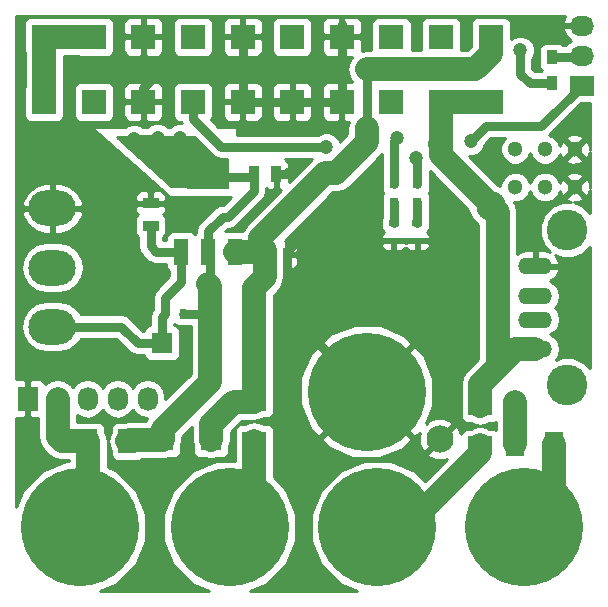
<source format=gtl>
%FSLAX46Y46*%
G04 Gerber Fmt 4.6, Leading zero omitted, Abs format (unit mm)*
G04 Created by KiCad (PCBNEW (2014-09-02 BZR 5112)-product) date jeu. 26 mars 2015 23:29:14 CET*
%MOMM*%
G01*
G04 APERTURE LIST*
%ADD10C,0.150000*%
%ADD11R,1.270000X2.286000*%
%ADD12R,3.556000X2.159000*%
%ADD13R,2.125980X2.125980*%
%ADD14C,10.000000*%
%ADD15O,4.000500X2.999740*%
%ADD16R,0.635000X1.143000*%
%ADD17R,1.397000X0.889000*%
%ADD18R,0.889000X1.397000*%
%ADD19R,0.797560X0.797560*%
%ADD20R,2.032000X1.524000*%
%ADD21R,1.524000X2.032000*%
%ADD22R,0.900000X0.500000*%
%ADD23R,0.500000X0.900000*%
%ADD24C,1.300000*%
%ADD25O,2.850000X1.425000*%
%ADD26C,3.450000*%
%ADD27C,1.998980*%
%ADD28C,2.301240*%
%ADD29R,1.800000X1.770000*%
%ADD30R,1.727200X2.032000*%
%ADD31O,1.727200X2.032000*%
%ADD32R,2.032000X1.727200*%
%ADD33O,2.032000X1.727200*%
%ADD34R,0.900000X1.200000*%
%ADD35C,1.200000*%
%ADD36C,2.500000*%
%ADD37C,0.800000*%
%ADD38C,2.000000*%
%ADD39C,0.254000*%
G04 APERTURE END LIST*
D10*
D11*
X121514000Y-70275000D03*
X123800000Y-70275000D03*
X126086000Y-70275000D03*
D12*
X123800000Y-63925000D03*
D13*
X109899860Y-52049180D03*
X109899860Y-57550820D03*
X114101020Y-52049180D03*
X114101020Y-57550820D03*
X118299640Y-52049180D03*
X118299640Y-57550820D03*
X122500800Y-52049180D03*
X122500800Y-57550820D03*
X126699420Y-52049180D03*
X126699420Y-57550820D03*
X130900580Y-52049180D03*
X130900580Y-57550820D03*
X135099200Y-52049180D03*
X135099200Y-57550820D03*
X139300360Y-52049180D03*
X139300360Y-57550820D03*
X143498980Y-52049180D03*
X143498980Y-57550820D03*
X147700140Y-52049180D03*
X147700140Y-57550820D03*
D14*
X125600000Y-93600000D03*
X150500000Y-93600000D03*
X112900000Y-93600000D03*
X137200000Y-82100000D03*
D15*
X110600000Y-71598740D03*
X110600000Y-66597480D03*
X110600000Y-76600000D03*
D16*
X128938000Y-70500000D03*
X130462000Y-70500000D03*
D17*
X118900000Y-68052500D03*
X118900000Y-66147500D03*
D18*
X127647500Y-63700000D03*
X129552500Y-63700000D03*
D19*
X139500000Y-64550700D03*
X139500000Y-66049300D03*
X141500000Y-64550700D03*
X141500000Y-66049300D03*
D20*
X146800000Y-83349000D03*
X146800000Y-86651000D03*
D21*
X149749000Y-86500000D03*
X153051000Y-86500000D03*
D22*
X139500000Y-67850000D03*
X139500000Y-69350000D03*
X141500000Y-67850000D03*
X141500000Y-69350000D03*
D23*
X121650000Y-75500000D03*
X120150000Y-75500000D03*
D14*
X138100000Y-93600000D03*
D20*
X127700000Y-82949000D03*
X127700000Y-86251000D03*
D21*
X116951000Y-86300000D03*
X113649000Y-86300000D03*
D24*
X152300000Y-64800000D03*
X154800000Y-64800000D03*
X149800000Y-64800000D03*
X149800000Y-61600000D03*
X154800000Y-61600000D03*
X152300000Y-61600000D03*
D25*
X151490000Y-78500000D03*
X151490000Y-76000000D03*
X151490000Y-74000000D03*
X151490000Y-71500000D03*
D26*
X154200000Y-81570000D03*
X154200000Y-68430000D03*
D27*
X143400000Y-61100660D03*
D28*
X143400000Y-86099340D03*
D29*
X119958000Y-86200000D03*
X124042000Y-86200000D03*
X119858000Y-78000000D03*
X123942000Y-78000000D03*
D30*
X108500000Y-82700000D03*
D31*
X111040000Y-82700000D03*
X113580000Y-82700000D03*
X116120000Y-82700000D03*
X118660000Y-82700000D03*
D32*
X155400000Y-56200000D03*
D33*
X155400000Y-53660000D03*
X155400000Y-51120000D03*
D34*
X152900000Y-53800000D03*
X152900000Y-56000000D03*
D35*
X139800000Y-60600000D03*
X141400000Y-62300000D03*
X146000000Y-60900000D03*
X117500000Y-60700000D03*
X119500000Y-60600000D03*
X121400000Y-60600000D03*
X122400000Y-61500000D03*
X120600000Y-61600000D03*
X118400000Y-61700000D03*
X119900000Y-62700000D03*
X121400000Y-62700000D03*
X121000000Y-63900000D03*
D36*
X147700000Y-66400000D03*
D35*
X131900000Y-68800000D03*
X131100000Y-63000000D03*
X149800000Y-83000000D03*
X133800000Y-61400000D03*
X150200000Y-53200000D03*
D37*
X139500000Y-60900000D02*
X139500000Y-64550700D01*
X139800000Y-60600000D02*
X139500000Y-60900000D01*
X139500000Y-66049300D02*
X139500000Y-67850000D01*
X141500000Y-62400000D02*
X141500000Y-64550700D01*
X141400000Y-62300000D02*
X141500000Y-62400000D01*
X146000000Y-60900000D02*
X147300000Y-59600000D01*
X147300000Y-59600000D02*
X152000000Y-59600000D01*
X152000000Y-59600000D02*
X155400000Y-56200000D01*
X141500000Y-66049300D02*
X141500000Y-67850000D01*
D38*
X128561998Y-70500000D02*
X128561998Y-72438002D01*
X127700000Y-73300000D02*
X127700000Y-82949000D01*
X128561998Y-72438002D02*
X127700000Y-73300000D01*
X124042000Y-86200000D02*
X124042000Y-84858000D01*
X124042000Y-84858000D02*
X125951000Y-82949000D01*
X125951000Y-82949000D02*
X127700000Y-82949000D01*
D37*
X128561998Y-70123998D02*
X128938000Y-70500000D01*
X128713000Y-70275000D02*
X128561998Y-70123998D01*
X147700140Y-52049180D02*
X147700140Y-52799860D01*
D38*
X128561998Y-70500000D02*
X128561998Y-70123998D01*
X128336998Y-70275000D02*
X128561998Y-70500000D01*
X128200000Y-70275000D02*
X128336998Y-70275000D01*
X126086000Y-70275000D02*
X128200000Y-70275000D01*
X146400000Y-54800000D02*
X147700140Y-53499860D01*
X147700140Y-53499860D02*
X147700140Y-52049180D01*
D37*
X137200000Y-54800000D02*
X137200000Y-59800000D01*
D38*
X128200000Y-69100000D02*
X133700000Y-63600000D01*
X133700000Y-63600000D02*
X134600000Y-63600000D01*
X134600000Y-63600000D02*
X137200000Y-61000000D01*
X137200000Y-61000000D02*
X137200000Y-59800000D01*
X128200000Y-70275000D02*
X128200000Y-69100000D01*
X137200000Y-54800000D02*
X146400000Y-54800000D01*
X119958000Y-86200000D02*
X117051000Y-86200000D01*
X117051000Y-86200000D02*
X116951000Y-86300000D01*
X123942000Y-78000000D02*
X123942000Y-81258000D01*
X119958000Y-85242000D02*
X119958000Y-86200000D01*
X123942000Y-81258000D02*
X119958000Y-85242000D01*
D37*
X121650000Y-75500000D02*
X123942000Y-75500000D01*
X123942000Y-75500000D02*
X123600000Y-75500000D01*
X123600000Y-75500000D02*
X123942000Y-75500000D01*
X123942000Y-73142000D02*
X123942000Y-70417000D01*
X123942000Y-70417000D02*
X123800000Y-70275000D01*
D38*
X123942000Y-78000000D02*
X123942000Y-75500000D01*
X123942000Y-75500000D02*
X123942000Y-73142000D01*
X123942000Y-73142000D02*
X123800000Y-73000000D01*
D37*
X123800000Y-63925000D02*
X121025000Y-63925000D01*
X119400000Y-60700000D02*
X117500000Y-60700000D01*
X119500000Y-60600000D02*
X119400000Y-60700000D01*
X121500000Y-60600000D02*
X121400000Y-60600000D01*
X122400000Y-61500000D02*
X121500000Y-60600000D01*
X118500000Y-61600000D02*
X120600000Y-61600000D01*
X118400000Y-61700000D02*
X118500000Y-61600000D01*
X121400000Y-62700000D02*
X119900000Y-62700000D01*
X121025000Y-63925000D02*
X121000000Y-63900000D01*
X123800000Y-63925000D02*
X123725000Y-63925000D01*
X123800000Y-63925000D02*
X127422500Y-63925000D01*
X127422500Y-63925000D02*
X127647500Y-63700000D01*
X124300300Y-78000000D02*
X124100000Y-78000000D01*
X127647500Y-65152500D02*
X125500000Y-67300000D01*
X125500000Y-67300000D02*
X125000000Y-67300000D01*
X125000000Y-67300000D02*
X123800000Y-68500000D01*
X123800000Y-68500000D02*
X123800000Y-70275000D01*
X127647500Y-63700000D02*
X127647500Y-65152500D01*
X119858000Y-78000000D02*
X119858000Y-75792000D01*
X119858000Y-75792000D02*
X120150000Y-75500000D01*
X120150000Y-75500000D02*
X120150000Y-74150000D01*
X120150000Y-74150000D02*
X121514000Y-72786000D01*
X121514000Y-72786000D02*
X121514000Y-70275000D01*
X110600000Y-76600000D02*
X116400000Y-76600000D01*
X117800000Y-78000000D02*
X119858000Y-78000000D01*
X116400000Y-76600000D02*
X117800000Y-78000000D01*
X118900000Y-69800000D02*
X119375000Y-70275000D01*
X119375000Y-70275000D02*
X121514000Y-70275000D01*
X118900000Y-68052500D02*
X118900000Y-69800000D01*
D38*
X151490000Y-78500000D02*
X149800000Y-78500000D01*
X149800000Y-78500000D02*
X148300000Y-80000000D01*
X148300000Y-75149000D02*
X148300000Y-80000000D01*
X148300000Y-66900000D02*
X148300000Y-75149000D01*
X146800000Y-81500000D02*
X146800000Y-83349000D01*
X148300000Y-80000000D02*
X146800000Y-81500000D01*
X147700140Y-57550820D02*
X143498980Y-57550820D01*
X143498980Y-57550820D02*
X143498980Y-60198980D01*
X143498980Y-62098980D02*
X148300000Y-66900000D01*
X143498980Y-60198980D02*
X143498980Y-62098980D01*
X147700000Y-66400000D02*
X148200000Y-66900000D01*
X148200000Y-66900000D02*
X148300000Y-66900000D01*
X143498980Y-61001680D02*
X143400000Y-61100660D01*
X143498980Y-57550820D02*
X143498980Y-61001680D01*
D37*
X130462000Y-70500000D02*
X130462000Y-70238000D01*
X130462000Y-70238000D02*
X131900000Y-68800000D01*
X130900580Y-57550820D02*
X135099200Y-57550820D01*
X126699420Y-57550820D02*
X130900580Y-57550820D01*
X126699420Y-52049180D02*
X126699420Y-57550820D01*
X130462000Y-75362000D02*
X137200000Y-82100000D01*
X130462000Y-70500000D02*
X130462000Y-75362000D01*
X135099200Y-52049180D02*
X135099200Y-57550820D01*
X130400000Y-63700000D02*
X131100000Y-63000000D01*
X129552500Y-63700000D02*
X130400000Y-63700000D01*
X135099200Y-51000800D02*
X135099200Y-52049180D01*
X126699420Y-55699420D02*
X125800000Y-54800000D01*
X125800000Y-54800000D02*
X119900000Y-54800000D01*
X119900000Y-54800000D02*
X118299640Y-56400360D01*
X118299640Y-56400360D02*
X118299640Y-57550820D01*
X126699420Y-57550820D02*
X126699420Y-55699420D01*
X135099200Y-51000800D02*
X135099200Y-52049180D01*
D38*
X149749000Y-83451000D02*
X149749000Y-86500000D01*
X149749000Y-83051000D02*
X149749000Y-83451000D01*
X149800000Y-83000000D02*
X149749000Y-83051000D01*
X109899860Y-52049180D02*
X109899860Y-57550820D01*
X114101020Y-52049180D02*
X109899860Y-52049180D01*
D37*
X122500800Y-57550820D02*
X122500800Y-59000800D01*
X124900000Y-61400000D02*
X133800000Y-61400000D01*
X122500800Y-59000800D02*
X124900000Y-61400000D01*
D38*
X146800000Y-86651000D02*
X146800000Y-87300000D01*
X146800000Y-87300000D02*
X140500000Y-93600000D01*
X140500000Y-93600000D02*
X138100000Y-93600000D01*
X140500000Y-93600000D02*
X138100000Y-93600000D01*
X152051000Y-92049000D02*
X150500000Y-93600000D01*
X153051000Y-91049000D02*
X150500000Y-93600000D01*
X153051000Y-86500000D02*
X153051000Y-91049000D01*
X113649000Y-86300000D02*
X111400000Y-86300000D01*
X111040000Y-85940000D02*
X111040000Y-82700000D01*
X111400000Y-86300000D02*
X111040000Y-85940000D01*
X113649000Y-86300000D02*
X113649000Y-92851000D01*
X113649000Y-92851000D02*
X112900000Y-93600000D01*
X127700000Y-86251000D02*
X127700000Y-91500000D01*
X127700000Y-91500000D02*
X125600000Y-93600000D01*
D37*
X155260000Y-53800000D02*
X155400000Y-53660000D01*
X152900000Y-53800000D02*
X155260000Y-53800000D01*
X151000000Y-56000000D02*
X150200000Y-55200000D01*
X150200000Y-55200000D02*
X150200000Y-53200000D01*
X152900000Y-56000000D02*
X151000000Y-56000000D01*
D39*
G36*
X132557169Y-62435000D02*
X132543880Y-62443880D01*
X132543877Y-62443883D01*
X130632000Y-64355760D01*
X130632000Y-64272191D01*
X130632000Y-63985750D01*
X130473250Y-63827000D01*
X129679500Y-63827000D01*
X129679500Y-64874750D01*
X129838250Y-65033500D01*
X129954260Y-65033500D01*
X127043880Y-67943880D01*
X126689457Y-68474312D01*
X126684944Y-68497000D01*
X126594691Y-68497000D01*
X126227000Y-68497000D01*
X125324691Y-68497000D01*
X125225713Y-68537997D01*
X125428711Y-68335000D01*
X125499994Y-68335000D01*
X125500000Y-68335001D01*
X125500000Y-68335000D01*
X125896077Y-68256215D01*
X126227000Y-68035100D01*
X126231856Y-68031856D01*
X128379352Y-65884358D01*
X128379356Y-65884356D01*
X128379356Y-65884355D01*
X128603715Y-65548577D01*
X128682500Y-65152500D01*
X128682501Y-65152500D01*
X128682500Y-65152494D01*
X128682500Y-64871025D01*
X128748302Y-64936827D01*
X128981691Y-65033500D01*
X129266750Y-65033500D01*
X129425500Y-64874750D01*
X129425500Y-63827000D01*
X129405500Y-63827000D01*
X129405500Y-63573000D01*
X129425500Y-63573000D01*
X129425500Y-63553000D01*
X129679500Y-63553000D01*
X129679500Y-63573000D01*
X130473250Y-63573000D01*
X130632000Y-63414250D01*
X130632000Y-63127809D01*
X130632000Y-62875190D01*
X130535327Y-62641801D01*
X130356698Y-62463173D01*
X130288682Y-62435000D01*
X132557169Y-62435000D01*
X132557169Y-62435000D01*
G37*
X132557169Y-62435000D02*
X132543880Y-62443880D01*
X132543877Y-62443883D01*
X130632000Y-64355760D01*
X130632000Y-64272191D01*
X130632000Y-63985750D01*
X130473250Y-63827000D01*
X129679500Y-63827000D01*
X129679500Y-64874750D01*
X129838250Y-65033500D01*
X129954260Y-65033500D01*
X127043880Y-67943880D01*
X126689457Y-68474312D01*
X126684944Y-68497000D01*
X126594691Y-68497000D01*
X126227000Y-68497000D01*
X125324691Y-68497000D01*
X125225713Y-68537997D01*
X125428711Y-68335000D01*
X125499994Y-68335000D01*
X125500000Y-68335001D01*
X125500000Y-68335000D01*
X125896077Y-68256215D01*
X126227000Y-68035100D01*
X126231856Y-68031856D01*
X128379352Y-65884358D01*
X128379356Y-65884356D01*
X128379356Y-65884355D01*
X128603715Y-65548577D01*
X128682500Y-65152500D01*
X128682501Y-65152500D01*
X128682500Y-65152494D01*
X128682500Y-64871025D01*
X128748302Y-64936827D01*
X128981691Y-65033500D01*
X129266750Y-65033500D01*
X129425500Y-64874750D01*
X129425500Y-63827000D01*
X129405500Y-63827000D01*
X129405500Y-63573000D01*
X129425500Y-63573000D01*
X129425500Y-63553000D01*
X129679500Y-63553000D01*
X129679500Y-63573000D01*
X130473250Y-63573000D01*
X130632000Y-63414250D01*
X130632000Y-63127809D01*
X130632000Y-62875190D01*
X130535327Y-62641801D01*
X130356698Y-62463173D01*
X130288682Y-62435000D01*
X132557169Y-62435000D01*
G36*
X148114000Y-85325116D02*
X147942310Y-85254000D01*
X147689691Y-85254000D01*
X147595616Y-85254000D01*
X147425687Y-85140457D01*
X146800000Y-85016000D01*
X146174313Y-85140457D01*
X146004383Y-85254000D01*
X145657691Y-85254000D01*
X145424302Y-85350673D01*
X145245673Y-85529301D01*
X145174301Y-85701608D01*
X145173940Y-85689792D01*
X144943959Y-85134569D01*
X144661473Y-85017472D01*
X144481868Y-85197077D01*
X144481868Y-84837867D01*
X144364771Y-84555381D01*
X143700485Y-84303706D01*
X142990452Y-84325400D01*
X142435229Y-84555381D01*
X142318132Y-84837864D01*
X142204203Y-84723935D01*
X142203571Y-84724566D01*
X142814933Y-83317417D01*
X142853407Y-81076005D01*
X142585000Y-80395192D01*
X142585000Y-69726309D01*
X142585000Y-69633750D01*
X142426250Y-69475000D01*
X141627000Y-69475000D01*
X141627000Y-70076250D01*
X141785750Y-70235000D01*
X141823691Y-70235000D01*
X142076310Y-70235000D01*
X142309699Y-70138327D01*
X142488327Y-69959698D01*
X142585000Y-69726309D01*
X142585000Y-80395192D01*
X142031202Y-78990487D01*
X141921636Y-78826511D01*
X141373000Y-78355412D01*
X141373000Y-70076250D01*
X141373000Y-69475000D01*
X140573750Y-69475000D01*
X140500000Y-69548750D01*
X140426250Y-69475000D01*
X139627000Y-69475000D01*
X139627000Y-70076250D01*
X139785750Y-70235000D01*
X139823691Y-70235000D01*
X140076310Y-70235000D01*
X140309699Y-70138327D01*
X140488327Y-69959698D01*
X140500000Y-69931516D01*
X140511673Y-69959698D01*
X140690301Y-70138327D01*
X140923690Y-70235000D01*
X141176309Y-70235000D01*
X141214250Y-70235000D01*
X141373000Y-70076250D01*
X141373000Y-78355412D01*
X141239137Y-78240468D01*
X141059532Y-78420073D01*
X141059532Y-78060863D01*
X140473489Y-77378364D01*
X139373000Y-76900237D01*
X139373000Y-70076250D01*
X139373000Y-69475000D01*
X138573750Y-69475000D01*
X138415000Y-69633750D01*
X138415000Y-69726309D01*
X138511673Y-69959698D01*
X138690301Y-70138327D01*
X138923690Y-70235000D01*
X139176309Y-70235000D01*
X139214250Y-70235000D01*
X139373000Y-70076250D01*
X139373000Y-76900237D01*
X138417417Y-76485067D01*
X136176005Y-76446593D01*
X134090487Y-77268798D01*
X133926511Y-77378364D01*
X133340468Y-78060863D01*
X137200000Y-81920395D01*
X141059532Y-78060863D01*
X141059532Y-78420073D01*
X137379605Y-82100000D01*
X141239137Y-85959532D01*
X141690246Y-85572176D01*
X141604366Y-85798855D01*
X141626060Y-86508888D01*
X141856041Y-87064111D01*
X142138527Y-87181208D01*
X143220395Y-86099340D01*
X143206252Y-86085197D01*
X143385857Y-85905592D01*
X143400000Y-85919735D01*
X144481868Y-84837867D01*
X144481868Y-85197077D01*
X143579605Y-86099340D01*
X143593747Y-86113482D01*
X143414142Y-86293087D01*
X143400000Y-86278945D01*
X143220395Y-86458550D01*
X142318132Y-87360813D01*
X142435229Y-87643299D01*
X143099515Y-87894974D01*
X143809548Y-87873280D01*
X143988679Y-87799081D01*
X142128390Y-89659370D01*
X141296139Y-88825665D01*
X141059532Y-88727417D01*
X141059532Y-86139137D01*
X137200000Y-82279605D01*
X137020395Y-82459210D01*
X137020395Y-82100000D01*
X133160863Y-78240468D01*
X132478364Y-78826511D01*
X131585067Y-80882583D01*
X131546593Y-83123995D01*
X132368798Y-85209513D01*
X132478364Y-85373489D01*
X133160863Y-85959532D01*
X137020395Y-82100000D01*
X137020395Y-82459210D01*
X133340468Y-86139137D01*
X133926511Y-86821636D01*
X135982583Y-87714933D01*
X138223995Y-87753407D01*
X140309513Y-86931202D01*
X140473489Y-86821636D01*
X141059532Y-86139137D01*
X141059532Y-88727417D01*
X139225788Y-87965980D01*
X136984047Y-87964024D01*
X134912199Y-88820094D01*
X133325665Y-90403861D01*
X132465980Y-92474212D01*
X132464024Y-94715953D01*
X133320094Y-96787801D01*
X134903861Y-98374335D01*
X136386546Y-98990000D01*
X131414500Y-98990000D01*
X131414500Y-71197810D01*
X131414500Y-70945191D01*
X131414500Y-70785750D01*
X131414500Y-70214250D01*
X131414500Y-70054809D01*
X131414500Y-69802190D01*
X131317827Y-69568801D01*
X131139198Y-69390173D01*
X130905809Y-69293500D01*
X130747750Y-69293500D01*
X130589000Y-69452250D01*
X130589000Y-70373000D01*
X131255750Y-70373000D01*
X131414500Y-70214250D01*
X131414500Y-70785750D01*
X131255750Y-70627000D01*
X130589000Y-70627000D01*
X130589000Y-71547750D01*
X130747750Y-71706500D01*
X130905809Y-71706500D01*
X131139198Y-71609827D01*
X131317827Y-71431199D01*
X131414500Y-71197810D01*
X131414500Y-98990000D01*
X127311260Y-98990000D01*
X128787801Y-98379906D01*
X130374335Y-96796139D01*
X131234020Y-94725788D01*
X131235976Y-92484047D01*
X130379906Y-90412199D01*
X129335000Y-89365467D01*
X129335000Y-87177937D01*
X129351000Y-87139310D01*
X129351000Y-86886691D01*
X129351000Y-85362691D01*
X129254327Y-85129302D01*
X129075699Y-84950673D01*
X128842310Y-84854000D01*
X128589691Y-84854000D01*
X128495616Y-84854000D01*
X128325687Y-84740457D01*
X127700000Y-84616000D01*
X127074313Y-84740457D01*
X126904383Y-84854000D01*
X126557691Y-84854000D01*
X126324302Y-84950673D01*
X126227000Y-85047974D01*
X126145673Y-85129301D01*
X126049000Y-85362690D01*
X126049000Y-85615309D01*
X126049000Y-87139309D01*
X126065000Y-87177936D01*
X126065000Y-87965403D01*
X124484047Y-87964024D01*
X122412199Y-88820094D01*
X120825665Y-90403861D01*
X119965980Y-92474212D01*
X119964024Y-94715953D01*
X120820094Y-96787801D01*
X122403861Y-98374335D01*
X123886546Y-98990000D01*
X114611260Y-98990000D01*
X116087801Y-98379906D01*
X117674335Y-96796139D01*
X118534020Y-94725788D01*
X118535976Y-92484047D01*
X117679906Y-90412199D01*
X116096139Y-88825665D01*
X115284000Y-88488435D01*
X115284000Y-86300000D01*
X115159543Y-85674313D01*
X115046000Y-85504383D01*
X115046000Y-85157691D01*
X114949327Y-84924302D01*
X114770699Y-84745673D01*
X114537310Y-84649000D01*
X114284691Y-84649000D01*
X112760691Y-84649000D01*
X112722063Y-84665000D01*
X112675000Y-84665000D01*
X112675000Y-84047762D01*
X113006511Y-84269271D01*
X113580000Y-84383345D01*
X114153489Y-84269271D01*
X114639670Y-83944415D01*
X114850000Y-83629634D01*
X115060330Y-83944415D01*
X115546511Y-84269271D01*
X116120000Y-84383345D01*
X116693489Y-84269271D01*
X117179670Y-83944415D01*
X117390000Y-83629634D01*
X117600330Y-83944415D01*
X118086511Y-84269271D01*
X118609793Y-84373358D01*
X118481742Y-84565000D01*
X117051000Y-84565000D01*
X116628703Y-84649000D01*
X116062691Y-84649000D01*
X115829302Y-84745673D01*
X115650673Y-84924301D01*
X115554000Y-85157690D01*
X115554000Y-85410309D01*
X115554000Y-85504382D01*
X115440457Y-85674312D01*
X115315999Y-86300000D01*
X115440457Y-86925688D01*
X115554000Y-87095617D01*
X115554000Y-87442309D01*
X115650673Y-87675698D01*
X115829301Y-87854327D01*
X116062690Y-87951000D01*
X116315309Y-87951000D01*
X117839309Y-87951000D01*
X118072698Y-87854327D01*
X118092025Y-87835000D01*
X119958000Y-87835000D01*
X120536143Y-87720000D01*
X120984309Y-87720000D01*
X121217698Y-87623327D01*
X121396327Y-87444699D01*
X121493000Y-87211310D01*
X121493000Y-86958691D01*
X121493000Y-86702733D01*
X121593000Y-86200000D01*
X121593000Y-85919239D01*
X122407000Y-85105239D01*
X122407000Y-86200000D01*
X122507000Y-86702733D01*
X122507000Y-87211309D01*
X122603673Y-87444698D01*
X122782301Y-87623327D01*
X123015690Y-87720000D01*
X123268309Y-87720000D01*
X123463856Y-87720000D01*
X124042000Y-87835000D01*
X124620143Y-87720000D01*
X125068309Y-87720000D01*
X125301698Y-87623327D01*
X125480327Y-87444699D01*
X125577000Y-87211310D01*
X125577000Y-86958691D01*
X125577000Y-86702733D01*
X125677000Y-86200000D01*
X125677000Y-85535239D01*
X126227000Y-84985239D01*
X126628239Y-84584000D01*
X127700000Y-84584000D01*
X128325687Y-84459543D01*
X128495616Y-84346000D01*
X128842309Y-84346000D01*
X129075698Y-84249327D01*
X129254327Y-84070699D01*
X129351000Y-83837310D01*
X129351000Y-83584691D01*
X129351000Y-82060691D01*
X129335000Y-82022063D01*
X129335000Y-73977239D01*
X129718114Y-73594124D01*
X129718117Y-73594122D01*
X129718118Y-73594122D01*
X129930578Y-73276150D01*
X130072541Y-73063690D01*
X130072541Y-73063689D01*
X130196998Y-72438002D01*
X130196998Y-71685752D01*
X130335000Y-71547750D01*
X130335000Y-70627000D01*
X130315000Y-70627000D01*
X130315000Y-70373000D01*
X130335000Y-70373000D01*
X130335000Y-69452250D01*
X130247494Y-69364744D01*
X134377239Y-65235000D01*
X134599994Y-65235000D01*
X134600000Y-65235001D01*
X134600000Y-65235000D01*
X135225687Y-65110543D01*
X135225688Y-65110543D01*
X135756120Y-64756120D01*
X138356116Y-62156122D01*
X138356119Y-62156120D01*
X138356120Y-62156120D01*
X138465000Y-61993169D01*
X138465000Y-64550700D01*
X138466220Y-64556833D01*
X138466220Y-65075789D01*
X138559091Y-65299999D01*
X138466220Y-65524210D01*
X138466220Y-65776829D01*
X138466220Y-66043166D01*
X138465000Y-66049300D01*
X138465000Y-67352979D01*
X138415000Y-67473690D01*
X138415000Y-67726309D01*
X138415000Y-68226309D01*
X138511673Y-68459698D01*
X138651974Y-68600000D01*
X138511673Y-68740302D01*
X138415000Y-68973691D01*
X138415000Y-69066250D01*
X138573750Y-69225000D01*
X139373000Y-69225000D01*
X139373000Y-69203000D01*
X139627000Y-69203000D01*
X139627000Y-69225000D01*
X140426250Y-69225000D01*
X140500000Y-69151250D01*
X140573750Y-69225000D01*
X141373000Y-69225000D01*
X141373000Y-69203000D01*
X141627000Y-69203000D01*
X141627000Y-69225000D01*
X142426250Y-69225000D01*
X142585000Y-69066250D01*
X142585000Y-68973691D01*
X142488327Y-68740302D01*
X142348025Y-68599999D01*
X142488327Y-68459699D01*
X142585000Y-68226310D01*
X142585000Y-67973691D01*
X142585000Y-67473691D01*
X142535000Y-67352980D01*
X142535000Y-66049300D01*
X142533780Y-66043166D01*
X142533780Y-65524211D01*
X142440908Y-65300000D01*
X142533780Y-65075790D01*
X142533780Y-64823171D01*
X142533780Y-64556833D01*
X142535000Y-64550700D01*
X142535000Y-63447239D01*
X145814714Y-66726953D01*
X145814674Y-66773305D01*
X146101043Y-67466372D01*
X146630839Y-67997093D01*
X146665000Y-68011277D01*
X146665000Y-75149000D01*
X146665000Y-79322760D01*
X145643880Y-80343880D01*
X145289457Y-80874312D01*
X145164999Y-81500000D01*
X145165000Y-81500005D01*
X145165000Y-82422062D01*
X145149000Y-82460690D01*
X145149000Y-82713309D01*
X145149000Y-84237309D01*
X145245673Y-84470698D01*
X145424301Y-84649327D01*
X145657690Y-84746000D01*
X145910309Y-84746000D01*
X146004383Y-84746000D01*
X146174313Y-84859543D01*
X146800000Y-84984000D01*
X147425687Y-84859543D01*
X147595616Y-84746000D01*
X147942309Y-84746000D01*
X148114000Y-84674883D01*
X148114000Y-85325116D01*
X148114000Y-85325116D01*
G37*
X148114000Y-85325116D02*
X147942310Y-85254000D01*
X147689691Y-85254000D01*
X147595616Y-85254000D01*
X147425687Y-85140457D01*
X146800000Y-85016000D01*
X146174313Y-85140457D01*
X146004383Y-85254000D01*
X145657691Y-85254000D01*
X145424302Y-85350673D01*
X145245673Y-85529301D01*
X145174301Y-85701608D01*
X145173940Y-85689792D01*
X144943959Y-85134569D01*
X144661473Y-85017472D01*
X144481868Y-85197077D01*
X144481868Y-84837867D01*
X144364771Y-84555381D01*
X143700485Y-84303706D01*
X142990452Y-84325400D01*
X142435229Y-84555381D01*
X142318132Y-84837864D01*
X142204203Y-84723935D01*
X142203571Y-84724566D01*
X142814933Y-83317417D01*
X142853407Y-81076005D01*
X142585000Y-80395192D01*
X142585000Y-69726309D01*
X142585000Y-69633750D01*
X142426250Y-69475000D01*
X141627000Y-69475000D01*
X141627000Y-70076250D01*
X141785750Y-70235000D01*
X141823691Y-70235000D01*
X142076310Y-70235000D01*
X142309699Y-70138327D01*
X142488327Y-69959698D01*
X142585000Y-69726309D01*
X142585000Y-80395192D01*
X142031202Y-78990487D01*
X141921636Y-78826511D01*
X141373000Y-78355412D01*
X141373000Y-70076250D01*
X141373000Y-69475000D01*
X140573750Y-69475000D01*
X140500000Y-69548750D01*
X140426250Y-69475000D01*
X139627000Y-69475000D01*
X139627000Y-70076250D01*
X139785750Y-70235000D01*
X139823691Y-70235000D01*
X140076310Y-70235000D01*
X140309699Y-70138327D01*
X140488327Y-69959698D01*
X140500000Y-69931516D01*
X140511673Y-69959698D01*
X140690301Y-70138327D01*
X140923690Y-70235000D01*
X141176309Y-70235000D01*
X141214250Y-70235000D01*
X141373000Y-70076250D01*
X141373000Y-78355412D01*
X141239137Y-78240468D01*
X141059532Y-78420073D01*
X141059532Y-78060863D01*
X140473489Y-77378364D01*
X139373000Y-76900237D01*
X139373000Y-70076250D01*
X139373000Y-69475000D01*
X138573750Y-69475000D01*
X138415000Y-69633750D01*
X138415000Y-69726309D01*
X138511673Y-69959698D01*
X138690301Y-70138327D01*
X138923690Y-70235000D01*
X139176309Y-70235000D01*
X139214250Y-70235000D01*
X139373000Y-70076250D01*
X139373000Y-76900237D01*
X138417417Y-76485067D01*
X136176005Y-76446593D01*
X134090487Y-77268798D01*
X133926511Y-77378364D01*
X133340468Y-78060863D01*
X137200000Y-81920395D01*
X141059532Y-78060863D01*
X141059532Y-78420073D01*
X137379605Y-82100000D01*
X141239137Y-85959532D01*
X141690246Y-85572176D01*
X141604366Y-85798855D01*
X141626060Y-86508888D01*
X141856041Y-87064111D01*
X142138527Y-87181208D01*
X143220395Y-86099340D01*
X143206252Y-86085197D01*
X143385857Y-85905592D01*
X143400000Y-85919735D01*
X144481868Y-84837867D01*
X144481868Y-85197077D01*
X143579605Y-86099340D01*
X143593747Y-86113482D01*
X143414142Y-86293087D01*
X143400000Y-86278945D01*
X143220395Y-86458550D01*
X142318132Y-87360813D01*
X142435229Y-87643299D01*
X143099515Y-87894974D01*
X143809548Y-87873280D01*
X143988679Y-87799081D01*
X142128390Y-89659370D01*
X141296139Y-88825665D01*
X141059532Y-88727417D01*
X141059532Y-86139137D01*
X137200000Y-82279605D01*
X137020395Y-82459210D01*
X137020395Y-82100000D01*
X133160863Y-78240468D01*
X132478364Y-78826511D01*
X131585067Y-80882583D01*
X131546593Y-83123995D01*
X132368798Y-85209513D01*
X132478364Y-85373489D01*
X133160863Y-85959532D01*
X137020395Y-82100000D01*
X137020395Y-82459210D01*
X133340468Y-86139137D01*
X133926511Y-86821636D01*
X135982583Y-87714933D01*
X138223995Y-87753407D01*
X140309513Y-86931202D01*
X140473489Y-86821636D01*
X141059532Y-86139137D01*
X141059532Y-88727417D01*
X139225788Y-87965980D01*
X136984047Y-87964024D01*
X134912199Y-88820094D01*
X133325665Y-90403861D01*
X132465980Y-92474212D01*
X132464024Y-94715953D01*
X133320094Y-96787801D01*
X134903861Y-98374335D01*
X136386546Y-98990000D01*
X131414500Y-98990000D01*
X131414500Y-71197810D01*
X131414500Y-70945191D01*
X131414500Y-70785750D01*
X131414500Y-70214250D01*
X131414500Y-70054809D01*
X131414500Y-69802190D01*
X131317827Y-69568801D01*
X131139198Y-69390173D01*
X130905809Y-69293500D01*
X130747750Y-69293500D01*
X130589000Y-69452250D01*
X130589000Y-70373000D01*
X131255750Y-70373000D01*
X131414500Y-70214250D01*
X131414500Y-70785750D01*
X131255750Y-70627000D01*
X130589000Y-70627000D01*
X130589000Y-71547750D01*
X130747750Y-71706500D01*
X130905809Y-71706500D01*
X131139198Y-71609827D01*
X131317827Y-71431199D01*
X131414500Y-71197810D01*
X131414500Y-98990000D01*
X127311260Y-98990000D01*
X128787801Y-98379906D01*
X130374335Y-96796139D01*
X131234020Y-94725788D01*
X131235976Y-92484047D01*
X130379906Y-90412199D01*
X129335000Y-89365467D01*
X129335000Y-87177937D01*
X129351000Y-87139310D01*
X129351000Y-86886691D01*
X129351000Y-85362691D01*
X129254327Y-85129302D01*
X129075699Y-84950673D01*
X128842310Y-84854000D01*
X128589691Y-84854000D01*
X128495616Y-84854000D01*
X128325687Y-84740457D01*
X127700000Y-84616000D01*
X127074313Y-84740457D01*
X126904383Y-84854000D01*
X126557691Y-84854000D01*
X126324302Y-84950673D01*
X126227000Y-85047974D01*
X126145673Y-85129301D01*
X126049000Y-85362690D01*
X126049000Y-85615309D01*
X126049000Y-87139309D01*
X126065000Y-87177936D01*
X126065000Y-87965403D01*
X124484047Y-87964024D01*
X122412199Y-88820094D01*
X120825665Y-90403861D01*
X119965980Y-92474212D01*
X119964024Y-94715953D01*
X120820094Y-96787801D01*
X122403861Y-98374335D01*
X123886546Y-98990000D01*
X114611260Y-98990000D01*
X116087801Y-98379906D01*
X117674335Y-96796139D01*
X118534020Y-94725788D01*
X118535976Y-92484047D01*
X117679906Y-90412199D01*
X116096139Y-88825665D01*
X115284000Y-88488435D01*
X115284000Y-86300000D01*
X115159543Y-85674313D01*
X115046000Y-85504383D01*
X115046000Y-85157691D01*
X114949327Y-84924302D01*
X114770699Y-84745673D01*
X114537310Y-84649000D01*
X114284691Y-84649000D01*
X112760691Y-84649000D01*
X112722063Y-84665000D01*
X112675000Y-84665000D01*
X112675000Y-84047762D01*
X113006511Y-84269271D01*
X113580000Y-84383345D01*
X114153489Y-84269271D01*
X114639670Y-83944415D01*
X114850000Y-83629634D01*
X115060330Y-83944415D01*
X115546511Y-84269271D01*
X116120000Y-84383345D01*
X116693489Y-84269271D01*
X117179670Y-83944415D01*
X117390000Y-83629634D01*
X117600330Y-83944415D01*
X118086511Y-84269271D01*
X118609793Y-84373358D01*
X118481742Y-84565000D01*
X117051000Y-84565000D01*
X116628703Y-84649000D01*
X116062691Y-84649000D01*
X115829302Y-84745673D01*
X115650673Y-84924301D01*
X115554000Y-85157690D01*
X115554000Y-85410309D01*
X115554000Y-85504382D01*
X115440457Y-85674312D01*
X115315999Y-86300000D01*
X115440457Y-86925688D01*
X115554000Y-87095617D01*
X115554000Y-87442309D01*
X115650673Y-87675698D01*
X115829301Y-87854327D01*
X116062690Y-87951000D01*
X116315309Y-87951000D01*
X117839309Y-87951000D01*
X118072698Y-87854327D01*
X118092025Y-87835000D01*
X119958000Y-87835000D01*
X120536143Y-87720000D01*
X120984309Y-87720000D01*
X121217698Y-87623327D01*
X121396327Y-87444699D01*
X121493000Y-87211310D01*
X121493000Y-86958691D01*
X121493000Y-86702733D01*
X121593000Y-86200000D01*
X121593000Y-85919239D01*
X122407000Y-85105239D01*
X122407000Y-86200000D01*
X122507000Y-86702733D01*
X122507000Y-87211309D01*
X122603673Y-87444698D01*
X122782301Y-87623327D01*
X123015690Y-87720000D01*
X123268309Y-87720000D01*
X123463856Y-87720000D01*
X124042000Y-87835000D01*
X124620143Y-87720000D01*
X125068309Y-87720000D01*
X125301698Y-87623327D01*
X125480327Y-87444699D01*
X125577000Y-87211310D01*
X125577000Y-86958691D01*
X125577000Y-86702733D01*
X125677000Y-86200000D01*
X125677000Y-85535239D01*
X126227000Y-84985239D01*
X126628239Y-84584000D01*
X127700000Y-84584000D01*
X128325687Y-84459543D01*
X128495616Y-84346000D01*
X128842309Y-84346000D01*
X129075698Y-84249327D01*
X129254327Y-84070699D01*
X129351000Y-83837310D01*
X129351000Y-83584691D01*
X129351000Y-82060691D01*
X129335000Y-82022063D01*
X129335000Y-73977239D01*
X129718114Y-73594124D01*
X129718117Y-73594122D01*
X129718118Y-73594122D01*
X129930578Y-73276150D01*
X130072541Y-73063690D01*
X130072541Y-73063689D01*
X130196998Y-72438002D01*
X130196998Y-71685752D01*
X130335000Y-71547750D01*
X130335000Y-70627000D01*
X130315000Y-70627000D01*
X130315000Y-70373000D01*
X130335000Y-70373000D01*
X130335000Y-69452250D01*
X130247494Y-69364744D01*
X134377239Y-65235000D01*
X134599994Y-65235000D01*
X134600000Y-65235001D01*
X134600000Y-65235000D01*
X135225687Y-65110543D01*
X135225688Y-65110543D01*
X135756120Y-64756120D01*
X138356116Y-62156122D01*
X138356119Y-62156120D01*
X138356120Y-62156120D01*
X138465000Y-61993169D01*
X138465000Y-64550700D01*
X138466220Y-64556833D01*
X138466220Y-65075789D01*
X138559091Y-65299999D01*
X138466220Y-65524210D01*
X138466220Y-65776829D01*
X138466220Y-66043166D01*
X138465000Y-66049300D01*
X138465000Y-67352979D01*
X138415000Y-67473690D01*
X138415000Y-67726309D01*
X138415000Y-68226309D01*
X138511673Y-68459698D01*
X138651974Y-68600000D01*
X138511673Y-68740302D01*
X138415000Y-68973691D01*
X138415000Y-69066250D01*
X138573750Y-69225000D01*
X139373000Y-69225000D01*
X139373000Y-69203000D01*
X139627000Y-69203000D01*
X139627000Y-69225000D01*
X140426250Y-69225000D01*
X140500000Y-69151250D01*
X140573750Y-69225000D01*
X141373000Y-69225000D01*
X141373000Y-69203000D01*
X141627000Y-69203000D01*
X141627000Y-69225000D01*
X142426250Y-69225000D01*
X142585000Y-69066250D01*
X142585000Y-68973691D01*
X142488327Y-68740302D01*
X142348025Y-68599999D01*
X142488327Y-68459699D01*
X142585000Y-68226310D01*
X142585000Y-67973691D01*
X142585000Y-67473691D01*
X142535000Y-67352980D01*
X142535000Y-66049300D01*
X142533780Y-66043166D01*
X142533780Y-65524211D01*
X142440908Y-65300000D01*
X142533780Y-65075790D01*
X142533780Y-64823171D01*
X142533780Y-64556833D01*
X142535000Y-64550700D01*
X142535000Y-63447239D01*
X145814714Y-66726953D01*
X145814674Y-66773305D01*
X146101043Y-67466372D01*
X146630839Y-67997093D01*
X146665000Y-68011277D01*
X146665000Y-75149000D01*
X146665000Y-79322760D01*
X145643880Y-80343880D01*
X145289457Y-80874312D01*
X145164999Y-81500000D01*
X145165000Y-81500005D01*
X145165000Y-82422062D01*
X145149000Y-82460690D01*
X145149000Y-82713309D01*
X145149000Y-84237309D01*
X145245673Y-84470698D01*
X145424301Y-84649327D01*
X145657690Y-84746000D01*
X145910309Y-84746000D01*
X146004383Y-84746000D01*
X146174313Y-84859543D01*
X146800000Y-84984000D01*
X147425687Y-84859543D01*
X147595616Y-84746000D01*
X147942309Y-84746000D01*
X148114000Y-84674883D01*
X148114000Y-85325116D01*
G36*
X155547000Y-51247000D02*
X155527000Y-51247000D01*
X155527000Y-51267000D01*
X155273000Y-51267000D01*
X155273000Y-51247000D01*
X153913783Y-51247000D01*
X153792642Y-51479026D01*
X153795291Y-51494791D01*
X154049268Y-52022036D01*
X154465069Y-52393539D01*
X154155585Y-52600330D01*
X154045555Y-52765000D01*
X153813025Y-52765000D01*
X153709699Y-52661673D01*
X153476310Y-52565000D01*
X153223691Y-52565000D01*
X152323691Y-52565000D01*
X152090302Y-52661673D01*
X151911673Y-52840301D01*
X151815000Y-53073690D01*
X151815000Y-53326309D01*
X151815000Y-54526309D01*
X151911673Y-54759698D01*
X152051974Y-54900000D01*
X151986974Y-54965000D01*
X151428711Y-54965000D01*
X151235000Y-54771288D01*
X151235000Y-53911836D01*
X151246371Y-53900485D01*
X151434785Y-53446734D01*
X151435214Y-52955421D01*
X151247592Y-52501343D01*
X150900485Y-52153629D01*
X150446734Y-51965215D01*
X149955421Y-51964786D01*
X149501343Y-52152408D01*
X149398130Y-52255440D01*
X149398130Y-50859881D01*
X149301457Y-50626492D01*
X149122829Y-50447863D01*
X148889440Y-50351190D01*
X148636821Y-50351190D01*
X146510841Y-50351190D01*
X146277452Y-50447863D01*
X146098823Y-50626491D01*
X146002150Y-50859880D01*
X146002150Y-51112499D01*
X146002150Y-52885610D01*
X145722760Y-53165000D01*
X145196970Y-53165000D01*
X145196970Y-52985861D01*
X145196970Y-50859881D01*
X145100297Y-50626492D01*
X144921669Y-50447863D01*
X144688280Y-50351190D01*
X144435661Y-50351190D01*
X142309681Y-50351190D01*
X142076292Y-50447863D01*
X141897663Y-50626491D01*
X141800990Y-50859880D01*
X141800990Y-51112499D01*
X141800990Y-53165000D01*
X140998350Y-53165000D01*
X140998350Y-52985861D01*
X140998350Y-50859881D01*
X140901677Y-50626492D01*
X140723049Y-50447863D01*
X140489660Y-50351190D01*
X140237041Y-50351190D01*
X138111061Y-50351190D01*
X137877672Y-50447863D01*
X137699043Y-50626491D01*
X137602370Y-50859880D01*
X137602370Y-51112499D01*
X137602370Y-53165000D01*
X137200000Y-53165000D01*
X136794190Y-53245720D01*
X136797190Y-53238480D01*
X136797190Y-52985861D01*
X136797190Y-52334930D01*
X136797190Y-51763430D01*
X136797190Y-51112499D01*
X136797190Y-50859880D01*
X136700517Y-50626491D01*
X136521888Y-50447863D01*
X136288499Y-50351190D01*
X135384950Y-50351190D01*
X135226200Y-50509940D01*
X135226200Y-51922180D01*
X136638440Y-51922180D01*
X136797190Y-51763430D01*
X136797190Y-52334930D01*
X136638440Y-52176180D01*
X135226200Y-52176180D01*
X135226200Y-53588420D01*
X135384950Y-53747170D01*
X135974864Y-53747170D01*
X135689457Y-54174313D01*
X135565000Y-54800000D01*
X135689457Y-55425687D01*
X135974864Y-55852830D01*
X135384950Y-55852830D01*
X135226200Y-56011580D01*
X135226200Y-57423820D01*
X135246200Y-57423820D01*
X135246200Y-57677820D01*
X135226200Y-57677820D01*
X135226200Y-59090060D01*
X135384950Y-59248810D01*
X135674638Y-59248810D01*
X135565000Y-59800000D01*
X135565000Y-60322760D01*
X134972200Y-60915559D01*
X134972200Y-59090060D01*
X134972200Y-57677820D01*
X134972200Y-57423820D01*
X134972200Y-56011580D01*
X134972200Y-53588420D01*
X134972200Y-52176180D01*
X134972200Y-51922180D01*
X134972200Y-50509940D01*
X134813450Y-50351190D01*
X133909901Y-50351190D01*
X133676512Y-50447863D01*
X133497883Y-50626491D01*
X133401210Y-50859880D01*
X133401210Y-51112499D01*
X133401210Y-51763430D01*
X133559960Y-51922180D01*
X134972200Y-51922180D01*
X134972200Y-52176180D01*
X133559960Y-52176180D01*
X133401210Y-52334930D01*
X133401210Y-52985861D01*
X133401210Y-53238480D01*
X133497883Y-53471869D01*
X133676512Y-53650497D01*
X133909901Y-53747170D01*
X134813450Y-53747170D01*
X134972200Y-53588420D01*
X134972200Y-56011580D01*
X134813450Y-55852830D01*
X133909901Y-55852830D01*
X133676512Y-55949503D01*
X133497883Y-56128131D01*
X133401210Y-56361520D01*
X133401210Y-56614139D01*
X133401210Y-57265070D01*
X133559960Y-57423820D01*
X134972200Y-57423820D01*
X134972200Y-57677820D01*
X133559960Y-57677820D01*
X133401210Y-57836570D01*
X133401210Y-58487501D01*
X133401210Y-58740120D01*
X133497883Y-58973509D01*
X133676512Y-59152137D01*
X133909901Y-59248810D01*
X134813450Y-59248810D01*
X134972200Y-59090060D01*
X134972200Y-60915559D01*
X134946658Y-60941101D01*
X134847592Y-60701343D01*
X134500485Y-60353629D01*
X134046734Y-60165215D01*
X133555421Y-60164786D01*
X133101343Y-60352408D01*
X133088728Y-60365000D01*
X132598570Y-60365000D01*
X132598570Y-58740120D01*
X132598570Y-58487501D01*
X132598570Y-57836570D01*
X132598570Y-57265070D01*
X132598570Y-56614139D01*
X132598570Y-56361520D01*
X132598570Y-53238480D01*
X132598570Y-52985861D01*
X132598570Y-50859881D01*
X132501897Y-50626492D01*
X132323269Y-50447863D01*
X132089880Y-50351190D01*
X131837261Y-50351190D01*
X129711281Y-50351190D01*
X129477892Y-50447863D01*
X129299263Y-50626491D01*
X129202590Y-50859880D01*
X129202590Y-51112499D01*
X129202590Y-53238479D01*
X129299263Y-53471868D01*
X129477891Y-53650497D01*
X129711280Y-53747170D01*
X129963899Y-53747170D01*
X132089879Y-53747170D01*
X132323268Y-53650497D01*
X132501897Y-53471869D01*
X132598570Y-53238480D01*
X132598570Y-56361520D01*
X132501897Y-56128131D01*
X132323268Y-55949503D01*
X132089879Y-55852830D01*
X131186330Y-55852830D01*
X131027580Y-56011580D01*
X131027580Y-57423820D01*
X132439820Y-57423820D01*
X132598570Y-57265070D01*
X132598570Y-57836570D01*
X132439820Y-57677820D01*
X131027580Y-57677820D01*
X131027580Y-59090060D01*
X131186330Y-59248810D01*
X132089879Y-59248810D01*
X132323268Y-59152137D01*
X132501897Y-58973509D01*
X132598570Y-58740120D01*
X132598570Y-60365000D01*
X130773580Y-60365000D01*
X130773580Y-59090060D01*
X130773580Y-57677820D01*
X130773580Y-57423820D01*
X130773580Y-56011580D01*
X130614830Y-55852830D01*
X129711281Y-55852830D01*
X129477892Y-55949503D01*
X129299263Y-56128131D01*
X129202590Y-56361520D01*
X129202590Y-56614139D01*
X129202590Y-57265070D01*
X129361340Y-57423820D01*
X130773580Y-57423820D01*
X130773580Y-57677820D01*
X129361340Y-57677820D01*
X129202590Y-57836570D01*
X129202590Y-58487501D01*
X129202590Y-58740120D01*
X129299263Y-58973509D01*
X129477892Y-59152137D01*
X129711281Y-59248810D01*
X130614830Y-59248810D01*
X130773580Y-59090060D01*
X130773580Y-60365000D01*
X128397410Y-60365000D01*
X128397410Y-58740120D01*
X128397410Y-58487501D01*
X128397410Y-57836570D01*
X128397410Y-57265070D01*
X128397410Y-56614139D01*
X128397410Y-56361520D01*
X128397410Y-53238480D01*
X128397410Y-52985861D01*
X128397410Y-52334930D01*
X128397410Y-51763430D01*
X128397410Y-51112499D01*
X128397410Y-50859880D01*
X128300737Y-50626491D01*
X128122108Y-50447863D01*
X127888719Y-50351190D01*
X126985170Y-50351190D01*
X126826420Y-50509940D01*
X126826420Y-51922180D01*
X128238660Y-51922180D01*
X128397410Y-51763430D01*
X128397410Y-52334930D01*
X128238660Y-52176180D01*
X126826420Y-52176180D01*
X126826420Y-53588420D01*
X126985170Y-53747170D01*
X127888719Y-53747170D01*
X128122108Y-53650497D01*
X128300737Y-53471869D01*
X128397410Y-53238480D01*
X128397410Y-56361520D01*
X128300737Y-56128131D01*
X128122108Y-55949503D01*
X127888719Y-55852830D01*
X126985170Y-55852830D01*
X126826420Y-56011580D01*
X126826420Y-57423820D01*
X128238660Y-57423820D01*
X128397410Y-57265070D01*
X128397410Y-57836570D01*
X128238660Y-57677820D01*
X126826420Y-57677820D01*
X126826420Y-59090060D01*
X126985170Y-59248810D01*
X127888719Y-59248810D01*
X128122108Y-59152137D01*
X128300737Y-58973509D01*
X128397410Y-58740120D01*
X128397410Y-60365000D01*
X126572420Y-60365000D01*
X126572420Y-59090060D01*
X126572420Y-57677820D01*
X126572420Y-57423820D01*
X126572420Y-56011580D01*
X126572420Y-53588420D01*
X126572420Y-52176180D01*
X126572420Y-51922180D01*
X126572420Y-50509940D01*
X126413670Y-50351190D01*
X125510121Y-50351190D01*
X125276732Y-50447863D01*
X125098103Y-50626491D01*
X125001430Y-50859880D01*
X125001430Y-51112499D01*
X125001430Y-51763430D01*
X125160180Y-51922180D01*
X126572420Y-51922180D01*
X126572420Y-52176180D01*
X125160180Y-52176180D01*
X125001430Y-52334930D01*
X125001430Y-52985861D01*
X125001430Y-53238480D01*
X125098103Y-53471869D01*
X125276732Y-53650497D01*
X125510121Y-53747170D01*
X126413670Y-53747170D01*
X126572420Y-53588420D01*
X126572420Y-56011580D01*
X126413670Y-55852830D01*
X125510121Y-55852830D01*
X125276732Y-55949503D01*
X125098103Y-56128131D01*
X125001430Y-56361520D01*
X125001430Y-56614139D01*
X125001430Y-57265070D01*
X125160180Y-57423820D01*
X126572420Y-57423820D01*
X126572420Y-57677820D01*
X125160180Y-57677820D01*
X125001430Y-57836570D01*
X125001430Y-58487501D01*
X125001430Y-58740120D01*
X125098103Y-58973509D01*
X125276732Y-59152137D01*
X125510121Y-59248810D01*
X126413670Y-59248810D01*
X126572420Y-59090060D01*
X126572420Y-60365000D01*
X126227000Y-60365000D01*
X126227000Y-59673000D01*
X124636711Y-59673000D01*
X124019668Y-59055956D01*
X124102117Y-58973509D01*
X124198790Y-58740120D01*
X124198790Y-58487501D01*
X124198790Y-56361521D01*
X124198790Y-53238480D01*
X124198790Y-52985861D01*
X124198790Y-50859881D01*
X124102117Y-50626492D01*
X123923489Y-50447863D01*
X123690100Y-50351190D01*
X123437481Y-50351190D01*
X121311501Y-50351190D01*
X121078112Y-50447863D01*
X120899483Y-50626491D01*
X120802810Y-50859880D01*
X120802810Y-51112499D01*
X120802810Y-53238479D01*
X120899483Y-53471868D01*
X121078111Y-53650497D01*
X121311500Y-53747170D01*
X121564119Y-53747170D01*
X123690099Y-53747170D01*
X123923488Y-53650497D01*
X124102117Y-53471869D01*
X124198790Y-53238480D01*
X124198790Y-56361521D01*
X124102117Y-56128132D01*
X123923489Y-55949503D01*
X123690100Y-55852830D01*
X123437481Y-55852830D01*
X121311501Y-55852830D01*
X121078112Y-55949503D01*
X120899483Y-56128131D01*
X120802810Y-56361520D01*
X120802810Y-56614139D01*
X120802810Y-58740119D01*
X120899483Y-58973508D01*
X121078111Y-59152137D01*
X121311500Y-59248810D01*
X121515132Y-59248810D01*
X121538268Y-59365120D01*
X121155421Y-59364786D01*
X120701343Y-59552408D01*
X120580540Y-59673000D01*
X120319647Y-59673000D01*
X120200485Y-59553629D01*
X119997630Y-59469396D01*
X119997630Y-58740120D01*
X119997630Y-58487501D01*
X119997630Y-57836570D01*
X119997630Y-57265070D01*
X119997630Y-56614139D01*
X119997630Y-56361520D01*
X119997630Y-53238480D01*
X119997630Y-52985861D01*
X119997630Y-52334930D01*
X119997630Y-51763430D01*
X119997630Y-51112499D01*
X119997630Y-50859880D01*
X119900957Y-50626491D01*
X119722328Y-50447863D01*
X119488939Y-50351190D01*
X118585390Y-50351190D01*
X118426640Y-50509940D01*
X118426640Y-51922180D01*
X119838880Y-51922180D01*
X119997630Y-51763430D01*
X119997630Y-52334930D01*
X119838880Y-52176180D01*
X118426640Y-52176180D01*
X118426640Y-53588420D01*
X118585390Y-53747170D01*
X119488939Y-53747170D01*
X119722328Y-53650497D01*
X119900957Y-53471869D01*
X119997630Y-53238480D01*
X119997630Y-56361520D01*
X119900957Y-56128131D01*
X119722328Y-55949503D01*
X119488939Y-55852830D01*
X118585390Y-55852830D01*
X118426640Y-56011580D01*
X118426640Y-57423820D01*
X119838880Y-57423820D01*
X119997630Y-57265070D01*
X119997630Y-57836570D01*
X119838880Y-57677820D01*
X118426640Y-57677820D01*
X118426640Y-59090060D01*
X118585390Y-59248810D01*
X119488939Y-59248810D01*
X119722328Y-59152137D01*
X119900957Y-58973509D01*
X119997630Y-58740120D01*
X119997630Y-59469396D01*
X119746734Y-59365215D01*
X119255421Y-59364786D01*
X118801343Y-59552408D01*
X118688554Y-59665000D01*
X118211836Y-59665000D01*
X118200485Y-59653629D01*
X118172640Y-59642066D01*
X118172640Y-59090060D01*
X118172640Y-57677820D01*
X118172640Y-57423820D01*
X118172640Y-56011580D01*
X118172640Y-53588420D01*
X118172640Y-52176180D01*
X118172640Y-51922180D01*
X118172640Y-50509940D01*
X118013890Y-50351190D01*
X117110341Y-50351190D01*
X116876952Y-50447863D01*
X116698323Y-50626491D01*
X116601650Y-50859880D01*
X116601650Y-51112499D01*
X116601650Y-51763430D01*
X116760400Y-51922180D01*
X118172640Y-51922180D01*
X118172640Y-52176180D01*
X116760400Y-52176180D01*
X116601650Y-52334930D01*
X116601650Y-52985861D01*
X116601650Y-53238480D01*
X116698323Y-53471869D01*
X116876952Y-53650497D01*
X117110341Y-53747170D01*
X118013890Y-53747170D01*
X118172640Y-53588420D01*
X118172640Y-56011580D01*
X118013890Y-55852830D01*
X117110341Y-55852830D01*
X116876952Y-55949503D01*
X116698323Y-56128131D01*
X116601650Y-56361520D01*
X116601650Y-56614139D01*
X116601650Y-57265070D01*
X116760400Y-57423820D01*
X118172640Y-57423820D01*
X118172640Y-57677820D01*
X116760400Y-57677820D01*
X116601650Y-57836570D01*
X116601650Y-58487501D01*
X116601650Y-58740120D01*
X116698323Y-58973509D01*
X116876952Y-59152137D01*
X117110341Y-59248810D01*
X118013890Y-59248810D01*
X118172640Y-59090060D01*
X118172640Y-59642066D01*
X117746734Y-59465215D01*
X117255421Y-59464786D01*
X116801343Y-59652408D01*
X116780714Y-59673000D01*
X115799010Y-59673000D01*
X115799010Y-58740120D01*
X115799010Y-58487501D01*
X115799010Y-56361521D01*
X115799010Y-53238480D01*
X115799010Y-52985861D01*
X115799010Y-50859881D01*
X115702337Y-50626492D01*
X115523709Y-50447863D01*
X115290320Y-50351190D01*
X115037701Y-50351190D01*
X112911721Y-50351190D01*
X112759649Y-50414180D01*
X111241231Y-50414180D01*
X111089160Y-50351190D01*
X110836541Y-50351190D01*
X108710561Y-50351190D01*
X108477172Y-50447863D01*
X108298543Y-50626491D01*
X108201870Y-50859880D01*
X108201870Y-51112499D01*
X108201870Y-53238479D01*
X108264860Y-53390550D01*
X108264860Y-56209448D01*
X108201870Y-56361520D01*
X108201870Y-56614139D01*
X108201870Y-58740119D01*
X108298543Y-58973508D01*
X108477171Y-59152137D01*
X108710560Y-59248810D01*
X108963179Y-59248810D01*
X111089159Y-59248810D01*
X111322548Y-59152137D01*
X111501177Y-58973509D01*
X111597850Y-58740120D01*
X111597850Y-58487501D01*
X111597850Y-56361521D01*
X111534860Y-56209449D01*
X111534860Y-53684180D01*
X112759648Y-53684180D01*
X112911720Y-53747170D01*
X113164339Y-53747170D01*
X115290319Y-53747170D01*
X115523708Y-53650497D01*
X115702337Y-53471869D01*
X115799010Y-53238480D01*
X115799010Y-56361521D01*
X115702337Y-56128132D01*
X115523709Y-55949503D01*
X115290320Y-55852830D01*
X115037701Y-55852830D01*
X112911721Y-55852830D01*
X112678332Y-55949503D01*
X112499703Y-56128131D01*
X112403030Y-56361520D01*
X112403030Y-56614139D01*
X112403030Y-58740119D01*
X112499703Y-58973508D01*
X112678331Y-59152137D01*
X112911720Y-59248810D01*
X113164339Y-59248810D01*
X115290319Y-59248810D01*
X115523708Y-59152137D01*
X115702337Y-58973509D01*
X115799010Y-58740120D01*
X115799010Y-59673000D01*
X113866451Y-59673000D01*
X120551644Y-65627000D01*
X121865512Y-65627000D01*
X121895690Y-65639500D01*
X122148309Y-65639500D01*
X125696788Y-65639500D01*
X125071288Y-66265000D01*
X125000000Y-66265000D01*
X124603922Y-66343785D01*
X124469428Y-66433650D01*
X124268144Y-66568144D01*
X124268141Y-66568147D01*
X123068144Y-67768144D01*
X122843785Y-68103923D01*
X122764999Y-68500000D01*
X122765000Y-68500005D01*
X122765000Y-68633974D01*
X122656999Y-68741974D01*
X122508699Y-68593673D01*
X122275310Y-68497000D01*
X122022691Y-68497000D01*
X120752691Y-68497000D01*
X120519302Y-68593673D01*
X120340673Y-68772301D01*
X120244000Y-69005690D01*
X120244000Y-69240000D01*
X119935000Y-69240000D01*
X119935000Y-69044935D01*
X119958198Y-69035327D01*
X120136827Y-68856699D01*
X120233500Y-68623310D01*
X120233500Y-68370691D01*
X120233500Y-67481691D01*
X120136827Y-67248302D01*
X119988525Y-67100000D01*
X120136827Y-66951698D01*
X120233500Y-66718309D01*
X120233500Y-66433250D01*
X120233500Y-65861750D01*
X120233500Y-65576691D01*
X120136827Y-65343302D01*
X119958199Y-65164673D01*
X119724810Y-65068000D01*
X119472191Y-65068000D01*
X119185750Y-65068000D01*
X119027000Y-65226750D01*
X119027000Y-66020500D01*
X120074750Y-66020500D01*
X120233500Y-65861750D01*
X120233500Y-66433250D01*
X120074750Y-66274500D01*
X119027000Y-66274500D01*
X119027000Y-66294500D01*
X118773000Y-66294500D01*
X118773000Y-66274500D01*
X118773000Y-66020500D01*
X118773000Y-65226750D01*
X118614250Y-65068000D01*
X118327809Y-65068000D01*
X118075190Y-65068000D01*
X117841801Y-65164673D01*
X117663173Y-65343302D01*
X117566500Y-65576691D01*
X117566500Y-65861750D01*
X117725250Y-66020500D01*
X118773000Y-66020500D01*
X118773000Y-66274500D01*
X117725250Y-66274500D01*
X117566500Y-66433250D01*
X117566500Y-66718309D01*
X117663173Y-66951698D01*
X117811474Y-67100000D01*
X117663173Y-67248301D01*
X117566500Y-67481690D01*
X117566500Y-67734309D01*
X117566500Y-68623309D01*
X117663173Y-68856698D01*
X117841801Y-69035327D01*
X117865000Y-69044936D01*
X117865000Y-69799994D01*
X117864999Y-69800000D01*
X117943785Y-70196077D01*
X118168144Y-70531856D01*
X118643141Y-71006852D01*
X118643144Y-71006856D01*
X118844428Y-71141349D01*
X118978922Y-71231215D01*
X118978923Y-71231215D01*
X119375000Y-71310000D01*
X120244000Y-71310000D01*
X120244000Y-71544309D01*
X120340673Y-71777698D01*
X120479000Y-71916025D01*
X120479000Y-72357288D01*
X119418144Y-73418144D01*
X119193785Y-73753923D01*
X119114999Y-74150000D01*
X119115000Y-74150005D01*
X119115000Y-75076822D01*
X118901785Y-75395923D01*
X118822999Y-75792000D01*
X118823000Y-75792005D01*
X118823000Y-76483599D01*
X118598302Y-76576673D01*
X118419673Y-76755301D01*
X118332812Y-76965000D01*
X118228712Y-76965000D01*
X117131856Y-75868144D01*
X116796077Y-75643785D01*
X116400000Y-75564999D01*
X116399994Y-75565000D01*
X113286878Y-75565000D01*
X113286878Y-71598740D01*
X113185365Y-71088398D01*
X113185365Y-67056292D01*
X113185365Y-66138668D01*
X113121344Y-65897833D01*
X112699764Y-65177701D01*
X112034692Y-64673718D01*
X111227380Y-64462610D01*
X110727000Y-64462610D01*
X110727000Y-66470480D01*
X113072415Y-66470480D01*
X113185365Y-66138668D01*
X113185365Y-67056292D01*
X113072415Y-66724480D01*
X110727000Y-66724480D01*
X110727000Y-68732350D01*
X111227380Y-68732350D01*
X112034692Y-68521242D01*
X112699764Y-68017259D01*
X113121344Y-67297127D01*
X113185365Y-67056292D01*
X113185365Y-71088398D01*
X113124371Y-70781761D01*
X112661589Y-70089159D01*
X111968987Y-69626377D01*
X111152008Y-69463870D01*
X110473000Y-69463870D01*
X110473000Y-68732350D01*
X110473000Y-66724480D01*
X110473000Y-66470480D01*
X110473000Y-64462610D01*
X109972620Y-64462610D01*
X109165308Y-64673718D01*
X108500236Y-65177701D01*
X108078656Y-65897833D01*
X108014635Y-66138668D01*
X108127585Y-66470480D01*
X110473000Y-66470480D01*
X110473000Y-66724480D01*
X108127585Y-66724480D01*
X108014635Y-67056292D01*
X108078656Y-67297127D01*
X108500236Y-68017259D01*
X109165308Y-68521242D01*
X109972620Y-68732350D01*
X110473000Y-68732350D01*
X110473000Y-69463870D01*
X110047992Y-69463870D01*
X109231013Y-69626377D01*
X108538411Y-70089159D01*
X108075629Y-70781761D01*
X107913122Y-71598740D01*
X108075629Y-72415719D01*
X108538411Y-73108321D01*
X109231013Y-73571103D01*
X110047992Y-73733610D01*
X111152008Y-73733610D01*
X111968987Y-73571103D01*
X112661589Y-73108321D01*
X113124371Y-72415719D01*
X113286878Y-71598740D01*
X113286878Y-75565000D01*
X112978693Y-75565000D01*
X112661589Y-75090419D01*
X111968987Y-74627637D01*
X111152008Y-74465130D01*
X110047992Y-74465130D01*
X109231013Y-74627637D01*
X108538411Y-75090419D01*
X108075629Y-75783021D01*
X107913122Y-76600000D01*
X108075629Y-77416979D01*
X108538411Y-78109581D01*
X109231013Y-78572363D01*
X110047992Y-78734870D01*
X111152008Y-78734870D01*
X111968987Y-78572363D01*
X112661589Y-78109581D01*
X112978693Y-77635000D01*
X115971288Y-77635000D01*
X117068144Y-78731856D01*
X117403923Y-78956215D01*
X117800000Y-79035001D01*
X117800000Y-79035000D01*
X117800005Y-79035000D01*
X118332813Y-79035000D01*
X118419673Y-79244698D01*
X118598301Y-79423327D01*
X118831690Y-79520000D01*
X119084309Y-79520000D01*
X120884309Y-79520000D01*
X121117698Y-79423327D01*
X121296327Y-79244699D01*
X121393000Y-79011310D01*
X121393000Y-78758691D01*
X121393000Y-76988691D01*
X121296327Y-76755302D01*
X121117699Y-76576673D01*
X120893000Y-76483599D01*
X120893000Y-76355025D01*
X120900000Y-76348025D01*
X121040301Y-76488327D01*
X121273690Y-76585000D01*
X121526309Y-76585000D01*
X122026309Y-76585000D01*
X122147019Y-76535000D01*
X122307000Y-76535000D01*
X122307000Y-78000000D01*
X122307000Y-80580760D01*
X120158600Y-82729160D01*
X120158600Y-82515255D01*
X120044526Y-81941766D01*
X119719670Y-81455585D01*
X119233489Y-81130729D01*
X118660000Y-81016655D01*
X118086511Y-81130729D01*
X117600330Y-81455585D01*
X117390000Y-81770365D01*
X117179670Y-81455585D01*
X116693489Y-81130729D01*
X116120000Y-81016655D01*
X115546511Y-81130729D01*
X115060330Y-81455585D01*
X114850000Y-81770365D01*
X114639670Y-81455585D01*
X114153489Y-81130729D01*
X113580000Y-81016655D01*
X113006511Y-81130729D01*
X112520330Y-81455585D01*
X112328726Y-81742339D01*
X112196120Y-81543880D01*
X112128458Y-81498670D01*
X112099670Y-81455585D01*
X111613489Y-81130729D01*
X111040000Y-81016655D01*
X110466511Y-81130729D01*
X109980330Y-81455585D01*
X109965499Y-81477780D01*
X109901927Y-81324302D01*
X109723299Y-81145673D01*
X109489910Y-81049000D01*
X109237291Y-81049000D01*
X108785750Y-81049000D01*
X108627000Y-81207750D01*
X108627000Y-82573000D01*
X108647000Y-82573000D01*
X108647000Y-82827000D01*
X108627000Y-82827000D01*
X108627000Y-84192250D01*
X108785750Y-84351000D01*
X109237291Y-84351000D01*
X109405000Y-84351000D01*
X109405000Y-85939994D01*
X109404999Y-85940000D01*
X109529457Y-86565688D01*
X109883880Y-87096120D01*
X110243880Y-87456120D01*
X110774312Y-87810543D01*
X110774313Y-87810543D01*
X111400000Y-87935001D01*
X111400000Y-87935000D01*
X111400005Y-87935000D01*
X112014000Y-87935000D01*
X112014000Y-87964224D01*
X111784047Y-87964024D01*
X109712199Y-88820094D01*
X108125665Y-90403861D01*
X107510000Y-91886546D01*
X107510000Y-84350962D01*
X107510090Y-84351000D01*
X107762709Y-84351000D01*
X108214250Y-84351000D01*
X108373000Y-84192250D01*
X108373000Y-82827000D01*
X108353000Y-82827000D01*
X108353000Y-82573000D01*
X108373000Y-82573000D01*
X108373000Y-81207750D01*
X108214250Y-81049000D01*
X107762709Y-81049000D01*
X107510090Y-81049000D01*
X107510000Y-81049037D01*
X107510000Y-50310000D01*
X154004933Y-50310000D01*
X153795291Y-50745209D01*
X153792642Y-50760974D01*
X153913783Y-50993000D01*
X155273000Y-50993000D01*
X155273000Y-50973000D01*
X155527000Y-50973000D01*
X155527000Y-50993000D01*
X155547000Y-50993000D01*
X155547000Y-51247000D01*
X155547000Y-51247000D01*
G37*
X155547000Y-51247000D02*
X155527000Y-51247000D01*
X155527000Y-51267000D01*
X155273000Y-51267000D01*
X155273000Y-51247000D01*
X153913783Y-51247000D01*
X153792642Y-51479026D01*
X153795291Y-51494791D01*
X154049268Y-52022036D01*
X154465069Y-52393539D01*
X154155585Y-52600330D01*
X154045555Y-52765000D01*
X153813025Y-52765000D01*
X153709699Y-52661673D01*
X153476310Y-52565000D01*
X153223691Y-52565000D01*
X152323691Y-52565000D01*
X152090302Y-52661673D01*
X151911673Y-52840301D01*
X151815000Y-53073690D01*
X151815000Y-53326309D01*
X151815000Y-54526309D01*
X151911673Y-54759698D01*
X152051974Y-54900000D01*
X151986974Y-54965000D01*
X151428711Y-54965000D01*
X151235000Y-54771288D01*
X151235000Y-53911836D01*
X151246371Y-53900485D01*
X151434785Y-53446734D01*
X151435214Y-52955421D01*
X151247592Y-52501343D01*
X150900485Y-52153629D01*
X150446734Y-51965215D01*
X149955421Y-51964786D01*
X149501343Y-52152408D01*
X149398130Y-52255440D01*
X149398130Y-50859881D01*
X149301457Y-50626492D01*
X149122829Y-50447863D01*
X148889440Y-50351190D01*
X148636821Y-50351190D01*
X146510841Y-50351190D01*
X146277452Y-50447863D01*
X146098823Y-50626491D01*
X146002150Y-50859880D01*
X146002150Y-51112499D01*
X146002150Y-52885610D01*
X145722760Y-53165000D01*
X145196970Y-53165000D01*
X145196970Y-52985861D01*
X145196970Y-50859881D01*
X145100297Y-50626492D01*
X144921669Y-50447863D01*
X144688280Y-50351190D01*
X144435661Y-50351190D01*
X142309681Y-50351190D01*
X142076292Y-50447863D01*
X141897663Y-50626491D01*
X141800990Y-50859880D01*
X141800990Y-51112499D01*
X141800990Y-53165000D01*
X140998350Y-53165000D01*
X140998350Y-52985861D01*
X140998350Y-50859881D01*
X140901677Y-50626492D01*
X140723049Y-50447863D01*
X140489660Y-50351190D01*
X140237041Y-50351190D01*
X138111061Y-50351190D01*
X137877672Y-50447863D01*
X137699043Y-50626491D01*
X137602370Y-50859880D01*
X137602370Y-51112499D01*
X137602370Y-53165000D01*
X137200000Y-53165000D01*
X136794190Y-53245720D01*
X136797190Y-53238480D01*
X136797190Y-52985861D01*
X136797190Y-52334930D01*
X136797190Y-51763430D01*
X136797190Y-51112499D01*
X136797190Y-50859880D01*
X136700517Y-50626491D01*
X136521888Y-50447863D01*
X136288499Y-50351190D01*
X135384950Y-50351190D01*
X135226200Y-50509940D01*
X135226200Y-51922180D01*
X136638440Y-51922180D01*
X136797190Y-51763430D01*
X136797190Y-52334930D01*
X136638440Y-52176180D01*
X135226200Y-52176180D01*
X135226200Y-53588420D01*
X135384950Y-53747170D01*
X135974864Y-53747170D01*
X135689457Y-54174313D01*
X135565000Y-54800000D01*
X135689457Y-55425687D01*
X135974864Y-55852830D01*
X135384950Y-55852830D01*
X135226200Y-56011580D01*
X135226200Y-57423820D01*
X135246200Y-57423820D01*
X135246200Y-57677820D01*
X135226200Y-57677820D01*
X135226200Y-59090060D01*
X135384950Y-59248810D01*
X135674638Y-59248810D01*
X135565000Y-59800000D01*
X135565000Y-60322760D01*
X134972200Y-60915559D01*
X134972200Y-59090060D01*
X134972200Y-57677820D01*
X134972200Y-57423820D01*
X134972200Y-56011580D01*
X134972200Y-53588420D01*
X134972200Y-52176180D01*
X134972200Y-51922180D01*
X134972200Y-50509940D01*
X134813450Y-50351190D01*
X133909901Y-50351190D01*
X133676512Y-50447863D01*
X133497883Y-50626491D01*
X133401210Y-50859880D01*
X133401210Y-51112499D01*
X133401210Y-51763430D01*
X133559960Y-51922180D01*
X134972200Y-51922180D01*
X134972200Y-52176180D01*
X133559960Y-52176180D01*
X133401210Y-52334930D01*
X133401210Y-52985861D01*
X133401210Y-53238480D01*
X133497883Y-53471869D01*
X133676512Y-53650497D01*
X133909901Y-53747170D01*
X134813450Y-53747170D01*
X134972200Y-53588420D01*
X134972200Y-56011580D01*
X134813450Y-55852830D01*
X133909901Y-55852830D01*
X133676512Y-55949503D01*
X133497883Y-56128131D01*
X133401210Y-56361520D01*
X133401210Y-56614139D01*
X133401210Y-57265070D01*
X133559960Y-57423820D01*
X134972200Y-57423820D01*
X134972200Y-57677820D01*
X133559960Y-57677820D01*
X133401210Y-57836570D01*
X133401210Y-58487501D01*
X133401210Y-58740120D01*
X133497883Y-58973509D01*
X133676512Y-59152137D01*
X133909901Y-59248810D01*
X134813450Y-59248810D01*
X134972200Y-59090060D01*
X134972200Y-60915559D01*
X134946658Y-60941101D01*
X134847592Y-60701343D01*
X134500485Y-60353629D01*
X134046734Y-60165215D01*
X133555421Y-60164786D01*
X133101343Y-60352408D01*
X133088728Y-60365000D01*
X132598570Y-60365000D01*
X132598570Y-58740120D01*
X132598570Y-58487501D01*
X132598570Y-57836570D01*
X132598570Y-57265070D01*
X132598570Y-56614139D01*
X132598570Y-56361520D01*
X132598570Y-53238480D01*
X132598570Y-52985861D01*
X132598570Y-50859881D01*
X132501897Y-50626492D01*
X132323269Y-50447863D01*
X132089880Y-50351190D01*
X131837261Y-50351190D01*
X129711281Y-50351190D01*
X129477892Y-50447863D01*
X129299263Y-50626491D01*
X129202590Y-50859880D01*
X129202590Y-51112499D01*
X129202590Y-53238479D01*
X129299263Y-53471868D01*
X129477891Y-53650497D01*
X129711280Y-53747170D01*
X129963899Y-53747170D01*
X132089879Y-53747170D01*
X132323268Y-53650497D01*
X132501897Y-53471869D01*
X132598570Y-53238480D01*
X132598570Y-56361520D01*
X132501897Y-56128131D01*
X132323268Y-55949503D01*
X132089879Y-55852830D01*
X131186330Y-55852830D01*
X131027580Y-56011580D01*
X131027580Y-57423820D01*
X132439820Y-57423820D01*
X132598570Y-57265070D01*
X132598570Y-57836570D01*
X132439820Y-57677820D01*
X131027580Y-57677820D01*
X131027580Y-59090060D01*
X131186330Y-59248810D01*
X132089879Y-59248810D01*
X132323268Y-59152137D01*
X132501897Y-58973509D01*
X132598570Y-58740120D01*
X132598570Y-60365000D01*
X130773580Y-60365000D01*
X130773580Y-59090060D01*
X130773580Y-57677820D01*
X130773580Y-57423820D01*
X130773580Y-56011580D01*
X130614830Y-55852830D01*
X129711281Y-55852830D01*
X129477892Y-55949503D01*
X129299263Y-56128131D01*
X129202590Y-56361520D01*
X129202590Y-56614139D01*
X129202590Y-57265070D01*
X129361340Y-57423820D01*
X130773580Y-57423820D01*
X130773580Y-57677820D01*
X129361340Y-57677820D01*
X129202590Y-57836570D01*
X129202590Y-58487501D01*
X129202590Y-58740120D01*
X129299263Y-58973509D01*
X129477892Y-59152137D01*
X129711281Y-59248810D01*
X130614830Y-59248810D01*
X130773580Y-59090060D01*
X130773580Y-60365000D01*
X128397410Y-60365000D01*
X128397410Y-58740120D01*
X128397410Y-58487501D01*
X128397410Y-57836570D01*
X128397410Y-57265070D01*
X128397410Y-56614139D01*
X128397410Y-56361520D01*
X128397410Y-53238480D01*
X128397410Y-52985861D01*
X128397410Y-52334930D01*
X128397410Y-51763430D01*
X128397410Y-51112499D01*
X128397410Y-50859880D01*
X128300737Y-50626491D01*
X128122108Y-50447863D01*
X127888719Y-50351190D01*
X126985170Y-50351190D01*
X126826420Y-50509940D01*
X126826420Y-51922180D01*
X128238660Y-51922180D01*
X128397410Y-51763430D01*
X128397410Y-52334930D01*
X128238660Y-52176180D01*
X126826420Y-52176180D01*
X126826420Y-53588420D01*
X126985170Y-53747170D01*
X127888719Y-53747170D01*
X128122108Y-53650497D01*
X128300737Y-53471869D01*
X128397410Y-53238480D01*
X128397410Y-56361520D01*
X128300737Y-56128131D01*
X128122108Y-55949503D01*
X127888719Y-55852830D01*
X126985170Y-55852830D01*
X126826420Y-56011580D01*
X126826420Y-57423820D01*
X128238660Y-57423820D01*
X128397410Y-57265070D01*
X128397410Y-57836570D01*
X128238660Y-57677820D01*
X126826420Y-57677820D01*
X126826420Y-59090060D01*
X126985170Y-59248810D01*
X127888719Y-59248810D01*
X128122108Y-59152137D01*
X128300737Y-58973509D01*
X128397410Y-58740120D01*
X128397410Y-60365000D01*
X126572420Y-60365000D01*
X126572420Y-59090060D01*
X126572420Y-57677820D01*
X126572420Y-57423820D01*
X126572420Y-56011580D01*
X126572420Y-53588420D01*
X126572420Y-52176180D01*
X126572420Y-51922180D01*
X126572420Y-50509940D01*
X126413670Y-50351190D01*
X125510121Y-50351190D01*
X125276732Y-50447863D01*
X125098103Y-50626491D01*
X125001430Y-50859880D01*
X125001430Y-51112499D01*
X125001430Y-51763430D01*
X125160180Y-51922180D01*
X126572420Y-51922180D01*
X126572420Y-52176180D01*
X125160180Y-52176180D01*
X125001430Y-52334930D01*
X125001430Y-52985861D01*
X125001430Y-53238480D01*
X125098103Y-53471869D01*
X125276732Y-53650497D01*
X125510121Y-53747170D01*
X126413670Y-53747170D01*
X126572420Y-53588420D01*
X126572420Y-56011580D01*
X126413670Y-55852830D01*
X125510121Y-55852830D01*
X125276732Y-55949503D01*
X125098103Y-56128131D01*
X125001430Y-56361520D01*
X125001430Y-56614139D01*
X125001430Y-57265070D01*
X125160180Y-57423820D01*
X126572420Y-57423820D01*
X126572420Y-57677820D01*
X125160180Y-57677820D01*
X125001430Y-57836570D01*
X125001430Y-58487501D01*
X125001430Y-58740120D01*
X125098103Y-58973509D01*
X125276732Y-59152137D01*
X125510121Y-59248810D01*
X126413670Y-59248810D01*
X126572420Y-59090060D01*
X126572420Y-60365000D01*
X126227000Y-60365000D01*
X126227000Y-59673000D01*
X124636711Y-59673000D01*
X124019668Y-59055956D01*
X124102117Y-58973509D01*
X124198790Y-58740120D01*
X124198790Y-58487501D01*
X124198790Y-56361521D01*
X124198790Y-53238480D01*
X124198790Y-52985861D01*
X124198790Y-50859881D01*
X124102117Y-50626492D01*
X123923489Y-50447863D01*
X123690100Y-50351190D01*
X123437481Y-50351190D01*
X121311501Y-50351190D01*
X121078112Y-50447863D01*
X120899483Y-50626491D01*
X120802810Y-50859880D01*
X120802810Y-51112499D01*
X120802810Y-53238479D01*
X120899483Y-53471868D01*
X121078111Y-53650497D01*
X121311500Y-53747170D01*
X121564119Y-53747170D01*
X123690099Y-53747170D01*
X123923488Y-53650497D01*
X124102117Y-53471869D01*
X124198790Y-53238480D01*
X124198790Y-56361521D01*
X124102117Y-56128132D01*
X123923489Y-55949503D01*
X123690100Y-55852830D01*
X123437481Y-55852830D01*
X121311501Y-55852830D01*
X121078112Y-55949503D01*
X120899483Y-56128131D01*
X120802810Y-56361520D01*
X120802810Y-56614139D01*
X120802810Y-58740119D01*
X120899483Y-58973508D01*
X121078111Y-59152137D01*
X121311500Y-59248810D01*
X121515132Y-59248810D01*
X121538268Y-59365120D01*
X121155421Y-59364786D01*
X120701343Y-59552408D01*
X120580540Y-59673000D01*
X120319647Y-59673000D01*
X120200485Y-59553629D01*
X119997630Y-59469396D01*
X119997630Y-58740120D01*
X119997630Y-58487501D01*
X119997630Y-57836570D01*
X119997630Y-57265070D01*
X119997630Y-56614139D01*
X119997630Y-56361520D01*
X119997630Y-53238480D01*
X119997630Y-52985861D01*
X119997630Y-52334930D01*
X119997630Y-51763430D01*
X119997630Y-51112499D01*
X119997630Y-50859880D01*
X119900957Y-50626491D01*
X119722328Y-50447863D01*
X119488939Y-50351190D01*
X118585390Y-50351190D01*
X118426640Y-50509940D01*
X118426640Y-51922180D01*
X119838880Y-51922180D01*
X119997630Y-51763430D01*
X119997630Y-52334930D01*
X119838880Y-52176180D01*
X118426640Y-52176180D01*
X118426640Y-53588420D01*
X118585390Y-53747170D01*
X119488939Y-53747170D01*
X119722328Y-53650497D01*
X119900957Y-53471869D01*
X119997630Y-53238480D01*
X119997630Y-56361520D01*
X119900957Y-56128131D01*
X119722328Y-55949503D01*
X119488939Y-55852830D01*
X118585390Y-55852830D01*
X118426640Y-56011580D01*
X118426640Y-57423820D01*
X119838880Y-57423820D01*
X119997630Y-57265070D01*
X119997630Y-57836570D01*
X119838880Y-57677820D01*
X118426640Y-57677820D01*
X118426640Y-59090060D01*
X118585390Y-59248810D01*
X119488939Y-59248810D01*
X119722328Y-59152137D01*
X119900957Y-58973509D01*
X119997630Y-58740120D01*
X119997630Y-59469396D01*
X119746734Y-59365215D01*
X119255421Y-59364786D01*
X118801343Y-59552408D01*
X118688554Y-59665000D01*
X118211836Y-59665000D01*
X118200485Y-59653629D01*
X118172640Y-59642066D01*
X118172640Y-59090060D01*
X118172640Y-57677820D01*
X118172640Y-57423820D01*
X118172640Y-56011580D01*
X118172640Y-53588420D01*
X118172640Y-52176180D01*
X118172640Y-51922180D01*
X118172640Y-50509940D01*
X118013890Y-50351190D01*
X117110341Y-50351190D01*
X116876952Y-50447863D01*
X116698323Y-50626491D01*
X116601650Y-50859880D01*
X116601650Y-51112499D01*
X116601650Y-51763430D01*
X116760400Y-51922180D01*
X118172640Y-51922180D01*
X118172640Y-52176180D01*
X116760400Y-52176180D01*
X116601650Y-52334930D01*
X116601650Y-52985861D01*
X116601650Y-53238480D01*
X116698323Y-53471869D01*
X116876952Y-53650497D01*
X117110341Y-53747170D01*
X118013890Y-53747170D01*
X118172640Y-53588420D01*
X118172640Y-56011580D01*
X118013890Y-55852830D01*
X117110341Y-55852830D01*
X116876952Y-55949503D01*
X116698323Y-56128131D01*
X116601650Y-56361520D01*
X116601650Y-56614139D01*
X116601650Y-57265070D01*
X116760400Y-57423820D01*
X118172640Y-57423820D01*
X118172640Y-57677820D01*
X116760400Y-57677820D01*
X116601650Y-57836570D01*
X116601650Y-58487501D01*
X116601650Y-58740120D01*
X116698323Y-58973509D01*
X116876952Y-59152137D01*
X117110341Y-59248810D01*
X118013890Y-59248810D01*
X118172640Y-59090060D01*
X118172640Y-59642066D01*
X117746734Y-59465215D01*
X117255421Y-59464786D01*
X116801343Y-59652408D01*
X116780714Y-59673000D01*
X115799010Y-59673000D01*
X115799010Y-58740120D01*
X115799010Y-58487501D01*
X115799010Y-56361521D01*
X115799010Y-53238480D01*
X115799010Y-52985861D01*
X115799010Y-50859881D01*
X115702337Y-50626492D01*
X115523709Y-50447863D01*
X115290320Y-50351190D01*
X115037701Y-50351190D01*
X112911721Y-50351190D01*
X112759649Y-50414180D01*
X111241231Y-50414180D01*
X111089160Y-50351190D01*
X110836541Y-50351190D01*
X108710561Y-50351190D01*
X108477172Y-50447863D01*
X108298543Y-50626491D01*
X108201870Y-50859880D01*
X108201870Y-51112499D01*
X108201870Y-53238479D01*
X108264860Y-53390550D01*
X108264860Y-56209448D01*
X108201870Y-56361520D01*
X108201870Y-56614139D01*
X108201870Y-58740119D01*
X108298543Y-58973508D01*
X108477171Y-59152137D01*
X108710560Y-59248810D01*
X108963179Y-59248810D01*
X111089159Y-59248810D01*
X111322548Y-59152137D01*
X111501177Y-58973509D01*
X111597850Y-58740120D01*
X111597850Y-58487501D01*
X111597850Y-56361521D01*
X111534860Y-56209449D01*
X111534860Y-53684180D01*
X112759648Y-53684180D01*
X112911720Y-53747170D01*
X113164339Y-53747170D01*
X115290319Y-53747170D01*
X115523708Y-53650497D01*
X115702337Y-53471869D01*
X115799010Y-53238480D01*
X115799010Y-56361521D01*
X115702337Y-56128132D01*
X115523709Y-55949503D01*
X115290320Y-55852830D01*
X115037701Y-55852830D01*
X112911721Y-55852830D01*
X112678332Y-55949503D01*
X112499703Y-56128131D01*
X112403030Y-56361520D01*
X112403030Y-56614139D01*
X112403030Y-58740119D01*
X112499703Y-58973508D01*
X112678331Y-59152137D01*
X112911720Y-59248810D01*
X113164339Y-59248810D01*
X115290319Y-59248810D01*
X115523708Y-59152137D01*
X115702337Y-58973509D01*
X115799010Y-58740120D01*
X115799010Y-59673000D01*
X113866451Y-59673000D01*
X120551644Y-65627000D01*
X121865512Y-65627000D01*
X121895690Y-65639500D01*
X122148309Y-65639500D01*
X125696788Y-65639500D01*
X125071288Y-66265000D01*
X125000000Y-66265000D01*
X124603922Y-66343785D01*
X124469428Y-66433650D01*
X124268144Y-66568144D01*
X124268141Y-66568147D01*
X123068144Y-67768144D01*
X122843785Y-68103923D01*
X122764999Y-68500000D01*
X122765000Y-68500005D01*
X122765000Y-68633974D01*
X122656999Y-68741974D01*
X122508699Y-68593673D01*
X122275310Y-68497000D01*
X122022691Y-68497000D01*
X120752691Y-68497000D01*
X120519302Y-68593673D01*
X120340673Y-68772301D01*
X120244000Y-69005690D01*
X120244000Y-69240000D01*
X119935000Y-69240000D01*
X119935000Y-69044935D01*
X119958198Y-69035327D01*
X120136827Y-68856699D01*
X120233500Y-68623310D01*
X120233500Y-68370691D01*
X120233500Y-67481691D01*
X120136827Y-67248302D01*
X119988525Y-67100000D01*
X120136827Y-66951698D01*
X120233500Y-66718309D01*
X120233500Y-66433250D01*
X120233500Y-65861750D01*
X120233500Y-65576691D01*
X120136827Y-65343302D01*
X119958199Y-65164673D01*
X119724810Y-65068000D01*
X119472191Y-65068000D01*
X119185750Y-65068000D01*
X119027000Y-65226750D01*
X119027000Y-66020500D01*
X120074750Y-66020500D01*
X120233500Y-65861750D01*
X120233500Y-66433250D01*
X120074750Y-66274500D01*
X119027000Y-66274500D01*
X119027000Y-66294500D01*
X118773000Y-66294500D01*
X118773000Y-66274500D01*
X118773000Y-66020500D01*
X118773000Y-65226750D01*
X118614250Y-65068000D01*
X118327809Y-65068000D01*
X118075190Y-65068000D01*
X117841801Y-65164673D01*
X117663173Y-65343302D01*
X117566500Y-65576691D01*
X117566500Y-65861750D01*
X117725250Y-66020500D01*
X118773000Y-66020500D01*
X118773000Y-66274500D01*
X117725250Y-66274500D01*
X117566500Y-66433250D01*
X117566500Y-66718309D01*
X117663173Y-66951698D01*
X117811474Y-67100000D01*
X117663173Y-67248301D01*
X117566500Y-67481690D01*
X117566500Y-67734309D01*
X117566500Y-68623309D01*
X117663173Y-68856698D01*
X117841801Y-69035327D01*
X117865000Y-69044936D01*
X117865000Y-69799994D01*
X117864999Y-69800000D01*
X117943785Y-70196077D01*
X118168144Y-70531856D01*
X118643141Y-71006852D01*
X118643144Y-71006856D01*
X118844428Y-71141349D01*
X118978922Y-71231215D01*
X118978923Y-71231215D01*
X119375000Y-71310000D01*
X120244000Y-71310000D01*
X120244000Y-71544309D01*
X120340673Y-71777698D01*
X120479000Y-71916025D01*
X120479000Y-72357288D01*
X119418144Y-73418144D01*
X119193785Y-73753923D01*
X119114999Y-74150000D01*
X119115000Y-74150005D01*
X119115000Y-75076822D01*
X118901785Y-75395923D01*
X118822999Y-75792000D01*
X118823000Y-75792005D01*
X118823000Y-76483599D01*
X118598302Y-76576673D01*
X118419673Y-76755301D01*
X118332812Y-76965000D01*
X118228712Y-76965000D01*
X117131856Y-75868144D01*
X116796077Y-75643785D01*
X116400000Y-75564999D01*
X116399994Y-75565000D01*
X113286878Y-75565000D01*
X113286878Y-71598740D01*
X113185365Y-71088398D01*
X113185365Y-67056292D01*
X113185365Y-66138668D01*
X113121344Y-65897833D01*
X112699764Y-65177701D01*
X112034692Y-64673718D01*
X111227380Y-64462610D01*
X110727000Y-64462610D01*
X110727000Y-66470480D01*
X113072415Y-66470480D01*
X113185365Y-66138668D01*
X113185365Y-67056292D01*
X113072415Y-66724480D01*
X110727000Y-66724480D01*
X110727000Y-68732350D01*
X111227380Y-68732350D01*
X112034692Y-68521242D01*
X112699764Y-68017259D01*
X113121344Y-67297127D01*
X113185365Y-67056292D01*
X113185365Y-71088398D01*
X113124371Y-70781761D01*
X112661589Y-70089159D01*
X111968987Y-69626377D01*
X111152008Y-69463870D01*
X110473000Y-69463870D01*
X110473000Y-68732350D01*
X110473000Y-66724480D01*
X110473000Y-66470480D01*
X110473000Y-64462610D01*
X109972620Y-64462610D01*
X109165308Y-64673718D01*
X108500236Y-65177701D01*
X108078656Y-65897833D01*
X108014635Y-66138668D01*
X108127585Y-66470480D01*
X110473000Y-66470480D01*
X110473000Y-66724480D01*
X108127585Y-66724480D01*
X108014635Y-67056292D01*
X108078656Y-67297127D01*
X108500236Y-68017259D01*
X109165308Y-68521242D01*
X109972620Y-68732350D01*
X110473000Y-68732350D01*
X110473000Y-69463870D01*
X110047992Y-69463870D01*
X109231013Y-69626377D01*
X108538411Y-70089159D01*
X108075629Y-70781761D01*
X107913122Y-71598740D01*
X108075629Y-72415719D01*
X108538411Y-73108321D01*
X109231013Y-73571103D01*
X110047992Y-73733610D01*
X111152008Y-73733610D01*
X111968987Y-73571103D01*
X112661589Y-73108321D01*
X113124371Y-72415719D01*
X113286878Y-71598740D01*
X113286878Y-75565000D01*
X112978693Y-75565000D01*
X112661589Y-75090419D01*
X111968987Y-74627637D01*
X111152008Y-74465130D01*
X110047992Y-74465130D01*
X109231013Y-74627637D01*
X108538411Y-75090419D01*
X108075629Y-75783021D01*
X107913122Y-76600000D01*
X108075629Y-77416979D01*
X108538411Y-78109581D01*
X109231013Y-78572363D01*
X110047992Y-78734870D01*
X111152008Y-78734870D01*
X111968987Y-78572363D01*
X112661589Y-78109581D01*
X112978693Y-77635000D01*
X115971288Y-77635000D01*
X117068144Y-78731856D01*
X117403923Y-78956215D01*
X117800000Y-79035001D01*
X117800000Y-79035000D01*
X117800005Y-79035000D01*
X118332813Y-79035000D01*
X118419673Y-79244698D01*
X118598301Y-79423327D01*
X118831690Y-79520000D01*
X119084309Y-79520000D01*
X120884309Y-79520000D01*
X121117698Y-79423327D01*
X121296327Y-79244699D01*
X121393000Y-79011310D01*
X121393000Y-78758691D01*
X121393000Y-76988691D01*
X121296327Y-76755302D01*
X121117699Y-76576673D01*
X120893000Y-76483599D01*
X120893000Y-76355025D01*
X120900000Y-76348025D01*
X121040301Y-76488327D01*
X121273690Y-76585000D01*
X121526309Y-76585000D01*
X122026309Y-76585000D01*
X122147019Y-76535000D01*
X122307000Y-76535000D01*
X122307000Y-78000000D01*
X122307000Y-80580760D01*
X120158600Y-82729160D01*
X120158600Y-82515255D01*
X120044526Y-81941766D01*
X119719670Y-81455585D01*
X119233489Y-81130729D01*
X118660000Y-81016655D01*
X118086511Y-81130729D01*
X117600330Y-81455585D01*
X117390000Y-81770365D01*
X117179670Y-81455585D01*
X116693489Y-81130729D01*
X116120000Y-81016655D01*
X115546511Y-81130729D01*
X115060330Y-81455585D01*
X114850000Y-81770365D01*
X114639670Y-81455585D01*
X114153489Y-81130729D01*
X113580000Y-81016655D01*
X113006511Y-81130729D01*
X112520330Y-81455585D01*
X112328726Y-81742339D01*
X112196120Y-81543880D01*
X112128458Y-81498670D01*
X112099670Y-81455585D01*
X111613489Y-81130729D01*
X111040000Y-81016655D01*
X110466511Y-81130729D01*
X109980330Y-81455585D01*
X109965499Y-81477780D01*
X109901927Y-81324302D01*
X109723299Y-81145673D01*
X109489910Y-81049000D01*
X109237291Y-81049000D01*
X108785750Y-81049000D01*
X108627000Y-81207750D01*
X108627000Y-82573000D01*
X108647000Y-82573000D01*
X108647000Y-82827000D01*
X108627000Y-82827000D01*
X108627000Y-84192250D01*
X108785750Y-84351000D01*
X109237291Y-84351000D01*
X109405000Y-84351000D01*
X109405000Y-85939994D01*
X109404999Y-85940000D01*
X109529457Y-86565688D01*
X109883880Y-87096120D01*
X110243880Y-87456120D01*
X110774312Y-87810543D01*
X110774313Y-87810543D01*
X111400000Y-87935001D01*
X111400000Y-87935000D01*
X111400005Y-87935000D01*
X112014000Y-87935000D01*
X112014000Y-87964224D01*
X111784047Y-87964024D01*
X109712199Y-88820094D01*
X108125665Y-90403861D01*
X107510000Y-91886546D01*
X107510000Y-84350962D01*
X107510090Y-84351000D01*
X107762709Y-84351000D01*
X108214250Y-84351000D01*
X108373000Y-84192250D01*
X108373000Y-82827000D01*
X108353000Y-82827000D01*
X108353000Y-82573000D01*
X108373000Y-82573000D01*
X108373000Y-81207750D01*
X108214250Y-81049000D01*
X107762709Y-81049000D01*
X107510090Y-81049000D01*
X107510000Y-81049037D01*
X107510000Y-50310000D01*
X154004933Y-50310000D01*
X153795291Y-50745209D01*
X153792642Y-50760974D01*
X153913783Y-50993000D01*
X155273000Y-50993000D01*
X155273000Y-50973000D01*
X155527000Y-50973000D01*
X155527000Y-50993000D01*
X155547000Y-50993000D01*
X155547000Y-51247000D01*
G36*
X156090000Y-80122841D02*
X155538578Y-79570456D01*
X154671492Y-79210411D01*
X153732627Y-79209591D01*
X153215412Y-79423299D01*
X153487786Y-79015666D01*
X153590358Y-78500000D01*
X153487786Y-77984334D01*
X153195684Y-77547174D01*
X152758524Y-77255072D01*
X152733025Y-77250000D01*
X152758524Y-77244928D01*
X153195684Y-76952826D01*
X153487786Y-76515666D01*
X153590358Y-76000000D01*
X153487786Y-75484334D01*
X153195684Y-75047174D01*
X153125083Y-75000000D01*
X153195684Y-74952826D01*
X153487786Y-74515666D01*
X153590358Y-74000000D01*
X153487786Y-73484334D01*
X153195684Y-73047174D01*
X152758524Y-72755072D01*
X152686694Y-72740784D01*
X152835499Y-72696327D01*
X153245129Y-72363024D01*
X153496029Y-71898333D01*
X153507619Y-71835294D01*
X153384447Y-71627000D01*
X151617000Y-71627000D01*
X151617000Y-71647000D01*
X151363000Y-71647000D01*
X151363000Y-71627000D01*
X151343000Y-71627000D01*
X151343000Y-71373000D01*
X151363000Y-71373000D01*
X151363000Y-70152500D01*
X150650500Y-70152500D01*
X150144501Y-70303673D01*
X149935000Y-70474137D01*
X149935000Y-66900005D01*
X149935000Y-66900000D01*
X149935001Y-66900000D01*
X149810543Y-66274313D01*
X149683981Y-66084899D01*
X150054481Y-66085223D01*
X150526943Y-65890005D01*
X150888735Y-65528845D01*
X151050155Y-65140102D01*
X151209995Y-65526943D01*
X151571155Y-65888735D01*
X152043276Y-66084777D01*
X152554481Y-66085223D01*
X153026943Y-65890005D01*
X153388735Y-65528845D01*
X153543238Y-65156760D01*
X153670389Y-65463729D01*
X153900984Y-65519410D01*
X154620395Y-64800000D01*
X153900984Y-64080590D01*
X153670389Y-64136271D01*
X153554147Y-64470310D01*
X153390005Y-64073057D01*
X153028845Y-63711265D01*
X152556724Y-63515223D01*
X152045519Y-63514777D01*
X151573057Y-63709995D01*
X151211265Y-64071155D01*
X151049844Y-64459897D01*
X150890005Y-64073057D01*
X150528845Y-63711265D01*
X150056724Y-63515223D01*
X149545519Y-63514777D01*
X149073057Y-63709995D01*
X148711265Y-64071155D01*
X148515223Y-64543276D01*
X148515088Y-64697406D01*
X148334771Y-64622532D01*
X145847106Y-62134866D01*
X146244579Y-62135214D01*
X146698657Y-61947592D01*
X147046371Y-61600485D01*
X147234785Y-61146734D01*
X147234800Y-61128911D01*
X147728711Y-60635000D01*
X148947833Y-60635000D01*
X148711265Y-60871155D01*
X148515223Y-61343276D01*
X148514777Y-61854481D01*
X148709995Y-62326943D01*
X149071155Y-62688735D01*
X149543276Y-62884777D01*
X150054481Y-62885223D01*
X150526943Y-62690005D01*
X150888735Y-62328845D01*
X151050155Y-61940102D01*
X151209995Y-62326943D01*
X151571155Y-62688735D01*
X152043276Y-62884777D01*
X152554481Y-62885223D01*
X153026943Y-62690005D01*
X153388735Y-62328845D01*
X153543238Y-61956760D01*
X153670389Y-62263729D01*
X153900984Y-62319410D01*
X154620395Y-61600000D01*
X153900984Y-60880590D01*
X153670389Y-60936271D01*
X153554147Y-61270310D01*
X153390005Y-60873057D01*
X153028845Y-60511265D01*
X152680085Y-60366447D01*
X152731856Y-60331856D01*
X155365111Y-57698600D01*
X156090000Y-57698600D01*
X156090000Y-61649235D01*
X156068083Y-61270572D01*
X155929611Y-60936271D01*
X155699016Y-60880590D01*
X155519410Y-61060195D01*
X155519410Y-60700984D01*
X155463729Y-60470389D01*
X154980922Y-60302378D01*
X154470572Y-60331917D01*
X154136271Y-60470389D01*
X154080590Y-60700984D01*
X154800000Y-61420395D01*
X155519410Y-60700984D01*
X155519410Y-61060195D01*
X154979605Y-61600000D01*
X155699016Y-62319410D01*
X155929611Y-62263729D01*
X156090000Y-61802825D01*
X156090000Y-64849235D01*
X156068083Y-64470572D01*
X155929611Y-64136271D01*
X155699016Y-64080590D01*
X155519410Y-64260195D01*
X155519410Y-63900984D01*
X155519410Y-62499016D01*
X154800000Y-61779605D01*
X154080590Y-62499016D01*
X154136271Y-62729611D01*
X154619078Y-62897622D01*
X155129428Y-62868083D01*
X155463729Y-62729611D01*
X155519410Y-62499016D01*
X155519410Y-63900984D01*
X155463729Y-63670389D01*
X154980922Y-63502378D01*
X154470572Y-63531917D01*
X154136271Y-63670389D01*
X154080590Y-63900984D01*
X154800000Y-64620395D01*
X155519410Y-63900984D01*
X155519410Y-64260195D01*
X154979605Y-64800000D01*
X155699016Y-65519410D01*
X155929611Y-65463729D01*
X156090000Y-65002825D01*
X156090000Y-66982841D01*
X155538578Y-66430456D01*
X154722594Y-66091630D01*
X155129428Y-66068083D01*
X155463729Y-65929611D01*
X155519410Y-65699016D01*
X154800000Y-64979605D01*
X154080590Y-65699016D01*
X154136271Y-65929611D01*
X154540554Y-66070296D01*
X153732627Y-66069591D01*
X152864914Y-66428123D01*
X152200456Y-67091422D01*
X151840411Y-67958508D01*
X151839591Y-68897373D01*
X152198123Y-69765086D01*
X152693387Y-70261215D01*
X152329500Y-70152500D01*
X151617000Y-70152500D01*
X151617000Y-71373000D01*
X153384447Y-71373000D01*
X153507619Y-71164706D01*
X153496029Y-71101667D01*
X153245129Y-70636976D01*
X153124398Y-70538741D01*
X153728508Y-70789589D01*
X154667373Y-70790409D01*
X155535086Y-70431877D01*
X156090000Y-69877930D01*
X156090000Y-80122841D01*
X156090000Y-80122841D01*
G37*
X156090000Y-80122841D02*
X155538578Y-79570456D01*
X154671492Y-79210411D01*
X153732627Y-79209591D01*
X153215412Y-79423299D01*
X153487786Y-79015666D01*
X153590358Y-78500000D01*
X153487786Y-77984334D01*
X153195684Y-77547174D01*
X152758524Y-77255072D01*
X152733025Y-77250000D01*
X152758524Y-77244928D01*
X153195684Y-76952826D01*
X153487786Y-76515666D01*
X153590358Y-76000000D01*
X153487786Y-75484334D01*
X153195684Y-75047174D01*
X153125083Y-75000000D01*
X153195684Y-74952826D01*
X153487786Y-74515666D01*
X153590358Y-74000000D01*
X153487786Y-73484334D01*
X153195684Y-73047174D01*
X152758524Y-72755072D01*
X152686694Y-72740784D01*
X152835499Y-72696327D01*
X153245129Y-72363024D01*
X153496029Y-71898333D01*
X153507619Y-71835294D01*
X153384447Y-71627000D01*
X151617000Y-71627000D01*
X151617000Y-71647000D01*
X151363000Y-71647000D01*
X151363000Y-71627000D01*
X151343000Y-71627000D01*
X151343000Y-71373000D01*
X151363000Y-71373000D01*
X151363000Y-70152500D01*
X150650500Y-70152500D01*
X150144501Y-70303673D01*
X149935000Y-70474137D01*
X149935000Y-66900005D01*
X149935000Y-66900000D01*
X149935001Y-66900000D01*
X149810543Y-66274313D01*
X149683981Y-66084899D01*
X150054481Y-66085223D01*
X150526943Y-65890005D01*
X150888735Y-65528845D01*
X151050155Y-65140102D01*
X151209995Y-65526943D01*
X151571155Y-65888735D01*
X152043276Y-66084777D01*
X152554481Y-66085223D01*
X153026943Y-65890005D01*
X153388735Y-65528845D01*
X153543238Y-65156760D01*
X153670389Y-65463729D01*
X153900984Y-65519410D01*
X154620395Y-64800000D01*
X153900984Y-64080590D01*
X153670389Y-64136271D01*
X153554147Y-64470310D01*
X153390005Y-64073057D01*
X153028845Y-63711265D01*
X152556724Y-63515223D01*
X152045519Y-63514777D01*
X151573057Y-63709995D01*
X151211265Y-64071155D01*
X151049844Y-64459897D01*
X150890005Y-64073057D01*
X150528845Y-63711265D01*
X150056724Y-63515223D01*
X149545519Y-63514777D01*
X149073057Y-63709995D01*
X148711265Y-64071155D01*
X148515223Y-64543276D01*
X148515088Y-64697406D01*
X148334771Y-64622532D01*
X145847106Y-62134866D01*
X146244579Y-62135214D01*
X146698657Y-61947592D01*
X147046371Y-61600485D01*
X147234785Y-61146734D01*
X147234800Y-61128911D01*
X147728711Y-60635000D01*
X148947833Y-60635000D01*
X148711265Y-60871155D01*
X148515223Y-61343276D01*
X148514777Y-61854481D01*
X148709995Y-62326943D01*
X149071155Y-62688735D01*
X149543276Y-62884777D01*
X150054481Y-62885223D01*
X150526943Y-62690005D01*
X150888735Y-62328845D01*
X151050155Y-61940102D01*
X151209995Y-62326943D01*
X151571155Y-62688735D01*
X152043276Y-62884777D01*
X152554481Y-62885223D01*
X153026943Y-62690005D01*
X153388735Y-62328845D01*
X153543238Y-61956760D01*
X153670389Y-62263729D01*
X153900984Y-62319410D01*
X154620395Y-61600000D01*
X153900984Y-60880590D01*
X153670389Y-60936271D01*
X153554147Y-61270310D01*
X153390005Y-60873057D01*
X153028845Y-60511265D01*
X152680085Y-60366447D01*
X152731856Y-60331856D01*
X155365111Y-57698600D01*
X156090000Y-57698600D01*
X156090000Y-61649235D01*
X156068083Y-61270572D01*
X155929611Y-60936271D01*
X155699016Y-60880590D01*
X155519410Y-61060195D01*
X155519410Y-60700984D01*
X155463729Y-60470389D01*
X154980922Y-60302378D01*
X154470572Y-60331917D01*
X154136271Y-60470389D01*
X154080590Y-60700984D01*
X154800000Y-61420395D01*
X155519410Y-60700984D01*
X155519410Y-61060195D01*
X154979605Y-61600000D01*
X155699016Y-62319410D01*
X155929611Y-62263729D01*
X156090000Y-61802825D01*
X156090000Y-64849235D01*
X156068083Y-64470572D01*
X155929611Y-64136271D01*
X155699016Y-64080590D01*
X155519410Y-64260195D01*
X155519410Y-63900984D01*
X155519410Y-62499016D01*
X154800000Y-61779605D01*
X154080590Y-62499016D01*
X154136271Y-62729611D01*
X154619078Y-62897622D01*
X155129428Y-62868083D01*
X155463729Y-62729611D01*
X155519410Y-62499016D01*
X155519410Y-63900984D01*
X155463729Y-63670389D01*
X154980922Y-63502378D01*
X154470572Y-63531917D01*
X154136271Y-63670389D01*
X154080590Y-63900984D01*
X154800000Y-64620395D01*
X155519410Y-63900984D01*
X155519410Y-64260195D01*
X154979605Y-64800000D01*
X155699016Y-65519410D01*
X155929611Y-65463729D01*
X156090000Y-65002825D01*
X156090000Y-66982841D01*
X155538578Y-66430456D01*
X154722594Y-66091630D01*
X155129428Y-66068083D01*
X155463729Y-65929611D01*
X155519410Y-65699016D01*
X154800000Y-64979605D01*
X154080590Y-65699016D01*
X154136271Y-65929611D01*
X154540554Y-66070296D01*
X153732627Y-66069591D01*
X152864914Y-66428123D01*
X152200456Y-67091422D01*
X151840411Y-67958508D01*
X151839591Y-68897373D01*
X152198123Y-69765086D01*
X152693387Y-70261215D01*
X152329500Y-70152500D01*
X151617000Y-70152500D01*
X151617000Y-71373000D01*
X153384447Y-71373000D01*
X153507619Y-71164706D01*
X153496029Y-71101667D01*
X153245129Y-70636976D01*
X153124398Y-70538741D01*
X153728508Y-70789589D01*
X154667373Y-70790409D01*
X155535086Y-70431877D01*
X156090000Y-69877930D01*
X156090000Y-80122841D01*
G36*
X125373000Y-64673000D02*
X120648652Y-64673000D01*
X116031516Y-60527000D01*
X122563288Y-60527000D01*
X124168141Y-62131852D01*
X124168144Y-62131856D01*
X124369428Y-62266349D01*
X124503922Y-62356215D01*
X124503923Y-62356215D01*
X124900000Y-62435001D01*
X124900000Y-62435000D01*
X124900005Y-62435000D01*
X125373000Y-62435000D01*
X125373000Y-64673000D01*
X125373000Y-64673000D01*
G37*
X125373000Y-64673000D02*
X120648652Y-64673000D01*
X116031516Y-60527000D01*
X122563288Y-60527000D01*
X124168141Y-62131852D01*
X124168144Y-62131856D01*
X124369428Y-62266349D01*
X124503922Y-62356215D01*
X124503923Y-62356215D01*
X124900000Y-62435001D01*
X124900000Y-62435000D01*
X124900005Y-62435000D01*
X125373000Y-62435000D01*
X125373000Y-64673000D01*
M02*

</source>
